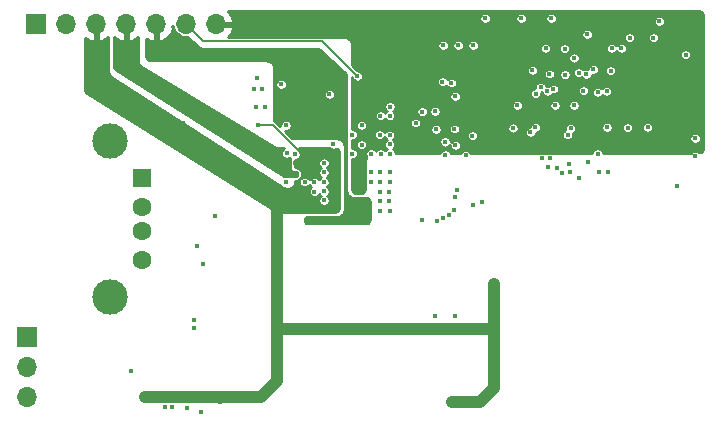
<source format=gbr>
%TF.GenerationSoftware,KiCad,Pcbnew,5.1.10-1.fc33*%
%TF.CreationDate,2021-08-29T12:40:12-07:00*%
%TF.ProjectId,hardware,68617264-7761-4726-952e-6b696361645f,rev?*%
%TF.SameCoordinates,Original*%
%TF.FileFunction,Copper,L2,Inr*%
%TF.FilePolarity,Positive*%
%FSLAX46Y46*%
G04 Gerber Fmt 4.6, Leading zero omitted, Abs format (unit mm)*
G04 Created by KiCad (PCBNEW 5.1.10-1.fc33) date 2021-08-29 12:40:12*
%MOMM*%
%LPD*%
G01*
G04 APERTURE LIST*
%TA.AperFunction,ComponentPad*%
%ADD10C,1.600000*%
%TD*%
%TA.AperFunction,ComponentPad*%
%ADD11R,1.500000X1.600000*%
%TD*%
%TA.AperFunction,ComponentPad*%
%ADD12C,3.000000*%
%TD*%
%TA.AperFunction,ComponentPad*%
%ADD13O,1.700000X1.700000*%
%TD*%
%TA.AperFunction,ComponentPad*%
%ADD14R,1.700000X1.700000*%
%TD*%
%TA.AperFunction,ViaPad*%
%ADD15C,0.400000*%
%TD*%
%TA.AperFunction,Conductor*%
%ADD16C,0.150000*%
%TD*%
%TA.AperFunction,Conductor*%
%ADD17C,1.000000*%
%TD*%
%TA.AperFunction,Conductor*%
%ADD18C,0.254000*%
%TD*%
%TA.AperFunction,Conductor*%
%ADD19C,0.100000*%
%TD*%
G04 APERTURE END LIST*
D10*
%TO.N,GND*%
%TO.C,J2*%
X99000000Y-116000000D03*
%TO.N,/gpio/MUX1-USB1-DP*%
X99000000Y-113500000D03*
%TO.N,/gpio/MUX1-USB1-DN*%
X99000000Y-111500000D03*
D11*
%TO.N,Net-(J2-Pad1)*%
X99000000Y-109000000D03*
D12*
%TO.N,GND*%
X96290000Y-119070000D03*
X96290000Y-105930000D03*
%TD*%
D13*
%TO.N,GND*%
%TO.C,J4*%
X89250000Y-127580000D03*
%TO.N,/gpio/UART0_RX*%
X89250000Y-125040000D03*
D14*
%TO.N,/gpio/UART0_TX*%
X89250000Y-122500000D03*
%TD*%
D13*
%TO.N,+1V35*%
%TO.C,J3*%
X105240000Y-96000000D03*
%TO.N,+2V5*%
X102700000Y-96000000D03*
%TO.N,+1V1*%
X100160000Y-96000000D03*
%TO.N,+3V0*%
X97620000Y-96000000D03*
%TO.N,+3V3*%
X95080000Y-96000000D03*
%TO.N,+5V*%
X92540000Y-96000000D03*
D14*
%TO.N,GND*%
X90000000Y-96000000D03*
%TD*%
D15*
%TO.N,d5*%
X134086600Y-108204000D03*
X134756582Y-98089689D03*
%TO.N,d7*%
X134785100Y-100266500D03*
X134518400Y-108566000D03*
%TO.N,d4*%
X135204200Y-108559600D03*
X135535863Y-102868491D03*
%TO.N,d6*%
X133940600Y-102870000D03*
X133363430Y-108065980D03*
%TO.N,d3*%
X119964200Y-106959400D03*
X124387243Y-100866843D03*
%TO.N,d1*%
X124612400Y-105968799D03*
X125145800Y-100990400D03*
%TO.N,d0*%
X132715000Y-101320600D03*
X126935280Y-105434214D03*
%TO.N,d11*%
X119964200Y-102997000D03*
X123774200Y-103378000D03*
%TO.N,adr13*%
X119913400Y-110972600D03*
X124433024Y-112392546D03*
%TO.N,adr9*%
X119151400Y-110972600D03*
X123901200Y-112642556D03*
%TO.N,adr7*%
X119151400Y-110210600D03*
X125361700Y-111721900D03*
%TO.N,adr0*%
X119126000Y-111785400D03*
X122669300Y-112547400D03*
%TO.N,adr3*%
X119964200Y-109347000D03*
X126960754Y-111309200D03*
%TO.N,Net-(C1-Pad2)*%
X134990610Y-105386569D03*
X138742341Y-98051525D03*
X142750000Y-95750000D03*
%TO.N,+1V35*%
X129941933Y-102874467D03*
X129921000Y-103682800D03*
X130755218Y-103688222D03*
X132313448Y-103647932D03*
X139186920Y-104851200D03*
X140924280Y-104825800D03*
X135354190Y-101752400D03*
X136348499Y-98045255D03*
X135548514Y-98081160D03*
X134740600Y-98864570D03*
X131572000Y-97282000D03*
X128828800Y-98463449D03*
X139547600Y-97231200D03*
X141071600Y-97129600D03*
X137655300Y-100939600D03*
X117538500Y-108559600D03*
X117525800Y-109372400D03*
X112400000Y-96975000D03*
X146500000Y-95500000D03*
%TO.N,GND*%
X140096240Y-104759760D03*
X138328400Y-104749600D03*
X125476000Y-102108000D03*
X127000000Y-97790000D03*
X135107680Y-107878880D03*
X132283200Y-101904800D03*
X130378200Y-104800400D03*
X130728804Y-102861767D03*
X135260080Y-104805480D03*
X135530329Y-98863201D03*
X133146800Y-98056700D03*
X133464300Y-100215700D03*
X140258800Y-97142300D03*
X142252700Y-97155000D03*
X114363500Y-109372400D03*
X113563400Y-109385100D03*
X112750600Y-109372400D03*
X114363500Y-108559600D03*
X114363500Y-107759500D03*
X114376200Y-110159800D03*
X113563400Y-110172500D03*
X111150400Y-109347000D03*
X114376200Y-110921800D03*
X119092337Y-105363599D03*
X137172700Y-99834700D03*
X132257800Y-104736900D03*
X125730000Y-97790000D03*
X124460000Y-97790000D03*
X108712000Y-100584000D03*
X110744000Y-101092000D03*
X105156000Y-112268000D03*
X103632000Y-114808000D03*
X104140000Y-116332000D03*
X104000000Y-128800000D03*
X144272000Y-109728000D03*
X145796000Y-105664000D03*
X145796000Y-107188000D03*
X145000000Y-98600000D03*
X128016000Y-95504000D03*
X133604000Y-95504000D03*
X131064000Y-95504000D03*
X102800000Y-128500000D03*
X98000000Y-125400000D03*
X141772640Y-104744520D03*
X123775000Y-120750000D03*
X125450000Y-120700000D03*
%TO.N,dba1*%
X118364000Y-108559600D03*
X139549162Y-98044568D03*
%TO.N,dba2*%
X119126000Y-109372400D03*
X125450600Y-110667800D03*
X138303000Y-101676200D03*
X137693400Y-108534200D03*
%TO.N,dba0*%
X119954406Y-108546999D03*
X125636202Y-110024998D03*
%TO.N,/ram/!LDQS*%
X133479647Y-107366090D03*
X133793904Y-101497335D03*
%TO.N,adr15*%
X138633200Y-99949000D03*
X127762000Y-111029800D03*
X138455400Y-108483400D03*
X119938800Y-111785400D03*
%TO.N,/DVREF*%
X117551200Y-104571800D03*
X114833400Y-101930200D03*
%TO.N,Net-(R6-Pad1)*%
X119151400Y-103764080D03*
%TO.N,/ram/!RST*%
X119913400Y-110210600D03*
X124967299Y-112122000D03*
%TO.N,/ram/!WE*%
X119151400Y-108559600D03*
X137552951Y-101764351D03*
X137530840Y-106963474D03*
X126371400Y-107118200D03*
%TO.N,/ram/!CS*%
X119938800Y-105384600D03*
X123850400Y-104918789D03*
X125488700Y-106273600D03*
X125399800Y-104876600D03*
%TO.N,/ram/!CKE*%
X118364000Y-109347000D03*
X136652000Y-96875600D03*
%TO.N,/ram/!CK*%
X136728200Y-107645200D03*
X136570720Y-100243640D03*
%TO.N,/ram/!CAS*%
X136342123Y-101645915D03*
X119926100Y-106184700D03*
%TO.N,/ram/ODT*%
X119176800Y-106959400D03*
X124643857Y-107048057D03*
%TO.N,/ram/CK*%
X135940800Y-109067600D03*
X135940800Y-100101400D03*
%TO.N,/ram/!RAS*%
X122148600Y-104368600D03*
X118363999Y-106959400D03*
%TO.N,/ram/LDQS*%
X133273800Y-101676200D03*
X132829914Y-107363475D03*
%TO.N,/ram/LDM*%
X131851400Y-105168799D03*
X132003800Y-99923600D03*
%TO.N,/ram/UDM*%
X119948960Y-103759000D03*
X122682000Y-103403400D03*
%TO.N,+2V5*%
X117200000Y-100400000D03*
%TO.N,+1V1*%
X111798100Y-105625900D03*
X117558820Y-111747300D03*
X116776500Y-106959400D03*
X115938300Y-105371900D03*
X114335620Y-112575280D03*
%TO.N,+3V0*%
X111495840Y-108610400D03*
X111912400Y-107010200D03*
X117563999Y-106197400D03*
%TO.N,+3V3*%
X116763800Y-105359200D03*
X111937800Y-107746800D03*
X112750600Y-111760000D03*
X108762800Y-104546400D03*
X102400000Y-104400000D03*
X128800000Y-118000000D03*
X128800000Y-119400000D03*
X128800000Y-120800000D03*
X128800000Y-125800000D03*
X99420000Y-127380000D03*
X105600000Y-128000000D03*
X125600000Y-128000000D03*
%TO.N,/VCC-EFUSE*%
X115163600Y-106172000D03*
%TO.N,Net-(C99-Pad1)*%
X111201200Y-106934000D03*
%TO.N,Net-(R30-Pad1)*%
X111150400Y-104571800D03*
%TO.N,/gpio/USB1-DP*%
X108432200Y-101450875D03*
X100875000Y-128400000D03*
%TO.N,/gpio/USB1-DN*%
X109082200Y-101450875D03*
X101525000Y-128400000D03*
%TO.N,/gpio/USB0-DP*%
X108611083Y-103019812D03*
%TO.N,/gpio/USB0-DN*%
X109411083Y-103019812D03*
%TO.N,/gpio/MUX2-USB1-DP*%
X103372170Y-121047170D03*
%TO.N,/gpio/MUX2-USB1-DN*%
X103372170Y-121697170D03*
%TD*%
D16*
%TO.N,+2V5*%
X102700000Y-96000000D02*
X104100000Y-97400000D01*
X104100000Y-97400000D02*
X114200000Y-97400000D01*
X114200000Y-97400000D02*
X117200000Y-100400000D01*
D17*
%TO.N,+3V3*%
X110401999Y-121801999D02*
X110401999Y-124598001D01*
D16*
X108762800Y-104546400D02*
X110077602Y-104546400D01*
X110077602Y-104546400D02*
X112116401Y-106585199D01*
D17*
X128800000Y-118000000D02*
X128800000Y-120803998D01*
X128798001Y-121801999D02*
X128800000Y-121800000D01*
X110401999Y-121801999D02*
X128798001Y-121801999D01*
X128800000Y-120800000D02*
X128800000Y-121800000D01*
X110401999Y-121801999D02*
X110401999Y-111035201D01*
X110401999Y-124598001D02*
X110401999Y-126198001D01*
X110401999Y-126198001D02*
X109000000Y-127600000D01*
X101933001Y-127549999D02*
X99250001Y-127549999D01*
X101983002Y-127600000D02*
X101933001Y-127549999D01*
X109000000Y-127600000D02*
X101983002Y-127600000D01*
X128800000Y-126800000D02*
X127600000Y-128000000D01*
X127600000Y-128000000D02*
X125200000Y-128000000D01*
X128800000Y-121800000D02*
X128800000Y-124400000D01*
X128800000Y-124400000D02*
X128800000Y-126800000D01*
%TD*%
D18*
%TO.N,+1V35*%
X146196257Y-94940769D02*
X146285955Y-94977923D01*
X146362976Y-95037024D01*
X146422077Y-95114045D01*
X146459231Y-95203743D01*
X146473000Y-95308328D01*
X146473000Y-106491672D01*
X146459231Y-106596257D01*
X146422077Y-106685955D01*
X146362976Y-106762976D01*
X146285955Y-106822077D01*
X146196257Y-106859231D01*
X146148145Y-106865565D01*
X146100070Y-106817490D01*
X146021944Y-106765288D01*
X145935136Y-106729331D01*
X145842980Y-106711000D01*
X145749020Y-106711000D01*
X145656864Y-106729331D01*
X145570056Y-106765288D01*
X145491930Y-106817490D01*
X145436420Y-106873000D01*
X137999188Y-106873000D01*
X137989509Y-106824338D01*
X137953552Y-106737530D01*
X137901350Y-106659404D01*
X137834910Y-106592964D01*
X137756784Y-106540762D01*
X137669976Y-106504805D01*
X137577820Y-106486474D01*
X137483860Y-106486474D01*
X137391704Y-106504805D01*
X137304896Y-106540762D01*
X137226770Y-106592964D01*
X137160330Y-106659404D01*
X137108128Y-106737530D01*
X137072171Y-106824338D01*
X137062492Y-106873000D01*
X126781246Y-106873000D01*
X126741910Y-106814130D01*
X126675470Y-106747690D01*
X126597344Y-106695488D01*
X126510536Y-106659531D01*
X126418380Y-106641200D01*
X126324420Y-106641200D01*
X126232264Y-106659531D01*
X126145456Y-106695488D01*
X126067330Y-106747690D01*
X126000890Y-106814130D01*
X125961554Y-106873000D01*
X125087647Y-106873000D01*
X125066569Y-106822113D01*
X125014367Y-106743987D01*
X124947927Y-106677547D01*
X124869801Y-106625345D01*
X124782993Y-106589388D01*
X124690837Y-106571057D01*
X124596877Y-106571057D01*
X124504721Y-106589388D01*
X124417913Y-106625345D01*
X124339787Y-106677547D01*
X124273347Y-106743987D01*
X124221145Y-106822113D01*
X124200067Y-106873000D01*
X120433359Y-106873000D01*
X120422869Y-106820264D01*
X120386912Y-106733456D01*
X120334710Y-106655330D01*
X120268270Y-106588890D01*
X120224017Y-106559321D01*
X120230170Y-106555210D01*
X120296610Y-106488770D01*
X120348812Y-106410644D01*
X120384769Y-106323836D01*
X120403100Y-106231680D01*
X120403100Y-106137720D01*
X120384769Y-106045564D01*
X120348812Y-105958756D01*
X120324132Y-105921819D01*
X124135400Y-105921819D01*
X124135400Y-106015779D01*
X124153731Y-106107935D01*
X124189688Y-106194743D01*
X124241890Y-106272869D01*
X124308330Y-106339309D01*
X124386456Y-106391511D01*
X124473264Y-106427468D01*
X124565420Y-106445799D01*
X124659380Y-106445799D01*
X124751536Y-106427468D01*
X124838344Y-106391511D01*
X124916470Y-106339309D01*
X124982910Y-106272869D01*
X125011700Y-106229782D01*
X125011700Y-106320580D01*
X125030031Y-106412736D01*
X125065988Y-106499544D01*
X125118190Y-106577670D01*
X125184630Y-106644110D01*
X125262756Y-106696312D01*
X125349564Y-106732269D01*
X125441720Y-106750600D01*
X125535680Y-106750600D01*
X125627836Y-106732269D01*
X125714644Y-106696312D01*
X125792770Y-106644110D01*
X125859210Y-106577670D01*
X125911412Y-106499544D01*
X125947369Y-106412736D01*
X125965700Y-106320580D01*
X125965700Y-106226620D01*
X125947369Y-106134464D01*
X125911412Y-106047656D01*
X125859210Y-105969530D01*
X125792770Y-105903090D01*
X125714644Y-105850888D01*
X125627836Y-105814931D01*
X125535680Y-105796600D01*
X125441720Y-105796600D01*
X125349564Y-105814931D01*
X125262756Y-105850888D01*
X125184630Y-105903090D01*
X125118190Y-105969530D01*
X125089400Y-106012617D01*
X125089400Y-105921819D01*
X125071069Y-105829663D01*
X125035112Y-105742855D01*
X124982910Y-105664729D01*
X124916470Y-105598289D01*
X124838344Y-105546087D01*
X124751536Y-105510130D01*
X124659380Y-105491799D01*
X124565420Y-105491799D01*
X124473264Y-105510130D01*
X124386456Y-105546087D01*
X124308330Y-105598289D01*
X124241890Y-105664729D01*
X124189688Y-105742855D01*
X124153731Y-105829663D01*
X124135400Y-105921819D01*
X120324132Y-105921819D01*
X120296610Y-105880630D01*
X120230170Y-105814190D01*
X120192310Y-105788893D01*
X120242870Y-105755110D01*
X120309310Y-105688670D01*
X120361512Y-105610544D01*
X120397469Y-105523736D01*
X120415800Y-105431580D01*
X120415800Y-105337620D01*
X120397469Y-105245464D01*
X120361512Y-105158656D01*
X120309310Y-105080530D01*
X120242870Y-105014090D01*
X120164744Y-104961888D01*
X120077936Y-104925931D01*
X119985780Y-104907600D01*
X119891820Y-104907600D01*
X119799664Y-104925931D01*
X119712856Y-104961888D01*
X119634730Y-105014090D01*
X119568290Y-105080530D01*
X119520817Y-105151579D01*
X119515049Y-105137655D01*
X119462847Y-105059529D01*
X119396407Y-104993089D01*
X119318281Y-104940887D01*
X119231473Y-104904930D01*
X119139317Y-104886599D01*
X119045357Y-104886599D01*
X118953201Y-104904930D01*
X118866393Y-104940887D01*
X118788267Y-104993089D01*
X118721827Y-105059529D01*
X118669625Y-105137655D01*
X118633668Y-105224463D01*
X118615337Y-105316619D01*
X118615337Y-105410579D01*
X118633668Y-105502735D01*
X118669625Y-105589543D01*
X118721827Y-105667669D01*
X118788267Y-105734109D01*
X118866393Y-105786311D01*
X118953201Y-105822268D01*
X119045357Y-105840599D01*
X119139317Y-105840599D01*
X119231473Y-105822268D01*
X119318281Y-105786311D01*
X119396407Y-105734109D01*
X119462847Y-105667669D01*
X119510320Y-105596620D01*
X119516088Y-105610544D01*
X119568290Y-105688670D01*
X119634730Y-105755110D01*
X119672590Y-105780407D01*
X119622030Y-105814190D01*
X119555590Y-105880630D01*
X119503388Y-105958756D01*
X119467431Y-106045564D01*
X119449100Y-106137720D01*
X119449100Y-106231680D01*
X119467431Y-106323836D01*
X119503388Y-106410644D01*
X119555590Y-106488770D01*
X119622030Y-106555210D01*
X119666283Y-106584779D01*
X119660130Y-106588890D01*
X119593690Y-106655330D01*
X119570500Y-106690036D01*
X119547310Y-106655330D01*
X119480870Y-106588890D01*
X119402744Y-106536688D01*
X119315936Y-106500731D01*
X119223780Y-106482400D01*
X119129820Y-106482400D01*
X119037664Y-106500731D01*
X118950856Y-106536688D01*
X118872730Y-106588890D01*
X118806290Y-106655330D01*
X118770400Y-106709044D01*
X118734509Y-106655330D01*
X118668069Y-106588890D01*
X118589943Y-106536688D01*
X118503135Y-106500731D01*
X118410979Y-106482400D01*
X118317019Y-106482400D01*
X118224863Y-106500731D01*
X118138055Y-106536688D01*
X118059929Y-106588890D01*
X117993489Y-106655330D01*
X117941287Y-106733456D01*
X117905330Y-106820264D01*
X117886999Y-106912420D01*
X117886999Y-107006380D01*
X117905330Y-107098536D01*
X117941287Y-107185344D01*
X117950748Y-107199504D01*
X117949654Y-107201399D01*
X117899704Y-107321989D01*
X117891123Y-107354013D01*
X117874086Y-107483423D01*
X117873000Y-107500000D01*
X117873000Y-109891672D01*
X117859231Y-109996257D01*
X117822077Y-110085955D01*
X117762976Y-110162976D01*
X117685955Y-110222077D01*
X117596257Y-110259231D01*
X117491672Y-110273000D01*
X117108328Y-110273000D01*
X117003743Y-110259231D01*
X116914045Y-110222077D01*
X116837024Y-110162976D01*
X116777923Y-110085955D01*
X116740769Y-109996257D01*
X116727000Y-109891672D01*
X116727000Y-107435899D01*
X116729520Y-107436400D01*
X116823480Y-107436400D01*
X116915636Y-107418069D01*
X117002444Y-107382112D01*
X117080570Y-107329910D01*
X117147010Y-107263470D01*
X117199212Y-107185344D01*
X117235169Y-107098536D01*
X117253500Y-107006380D01*
X117253500Y-106912420D01*
X117235169Y-106820264D01*
X117199212Y-106733456D01*
X117147010Y-106655330D01*
X117080570Y-106588890D01*
X117002444Y-106536688D01*
X116915636Y-106500731D01*
X116823480Y-106482400D01*
X116729520Y-106482400D01*
X116727000Y-106482901D01*
X116727000Y-106150420D01*
X117086999Y-106150420D01*
X117086999Y-106244380D01*
X117105330Y-106336536D01*
X117141287Y-106423344D01*
X117193489Y-106501470D01*
X117259929Y-106567910D01*
X117338055Y-106620112D01*
X117424863Y-106656069D01*
X117517019Y-106674400D01*
X117610979Y-106674400D01*
X117703135Y-106656069D01*
X117789943Y-106620112D01*
X117868069Y-106567910D01*
X117934509Y-106501470D01*
X117986711Y-106423344D01*
X118022668Y-106336536D01*
X118040999Y-106244380D01*
X118040999Y-106150420D01*
X118022668Y-106058264D01*
X117986711Y-105971456D01*
X117934509Y-105893330D01*
X117868069Y-105826890D01*
X117789943Y-105774688D01*
X117703135Y-105738731D01*
X117610979Y-105720400D01*
X117517019Y-105720400D01*
X117424863Y-105738731D01*
X117338055Y-105774688D01*
X117259929Y-105826890D01*
X117193489Y-105893330D01*
X117141287Y-105971456D01*
X117105330Y-106058264D01*
X117086999Y-106150420D01*
X116727000Y-106150420D01*
X116727000Y-105836200D01*
X116810780Y-105836200D01*
X116902936Y-105817869D01*
X116989744Y-105781912D01*
X117067870Y-105729710D01*
X117134310Y-105663270D01*
X117186512Y-105585144D01*
X117222469Y-105498336D01*
X117240800Y-105406180D01*
X117240800Y-105312220D01*
X117222469Y-105220064D01*
X117186512Y-105133256D01*
X117134310Y-105055130D01*
X117067870Y-104988690D01*
X116989744Y-104936488D01*
X116902936Y-104900531D01*
X116810780Y-104882200D01*
X116727000Y-104882200D01*
X116727000Y-104524820D01*
X117074200Y-104524820D01*
X117074200Y-104618780D01*
X117092531Y-104710936D01*
X117128488Y-104797744D01*
X117180690Y-104875870D01*
X117247130Y-104942310D01*
X117325256Y-104994512D01*
X117412064Y-105030469D01*
X117504220Y-105048800D01*
X117598180Y-105048800D01*
X117690336Y-105030469D01*
X117777144Y-104994512D01*
X117855270Y-104942310D01*
X117921710Y-104875870D01*
X117924423Y-104871809D01*
X123373400Y-104871809D01*
X123373400Y-104965769D01*
X123391731Y-105057925D01*
X123427688Y-105144733D01*
X123479890Y-105222859D01*
X123546330Y-105289299D01*
X123624456Y-105341501D01*
X123711264Y-105377458D01*
X123803420Y-105395789D01*
X123897380Y-105395789D01*
X123940388Y-105387234D01*
X126458280Y-105387234D01*
X126458280Y-105481194D01*
X126476611Y-105573350D01*
X126512568Y-105660158D01*
X126564770Y-105738284D01*
X126631210Y-105804724D01*
X126709336Y-105856926D01*
X126796144Y-105892883D01*
X126888300Y-105911214D01*
X126982260Y-105911214D01*
X127074416Y-105892883D01*
X127161224Y-105856926D01*
X127239350Y-105804724D01*
X127305790Y-105738284D01*
X127357992Y-105660158D01*
X127393949Y-105573350D01*
X127412280Y-105481194D01*
X127412280Y-105387234D01*
X127393949Y-105295078D01*
X127357992Y-105208270D01*
X127305790Y-105130144D01*
X127239350Y-105063704D01*
X127161224Y-105011502D01*
X127074416Y-104975545D01*
X126982260Y-104957214D01*
X126888300Y-104957214D01*
X126796144Y-104975545D01*
X126709336Y-105011502D01*
X126631210Y-105063704D01*
X126564770Y-105130144D01*
X126512568Y-105208270D01*
X126476611Y-105295078D01*
X126458280Y-105387234D01*
X123940388Y-105387234D01*
X123989536Y-105377458D01*
X124076344Y-105341501D01*
X124154470Y-105289299D01*
X124220910Y-105222859D01*
X124273112Y-105144733D01*
X124309069Y-105057925D01*
X124327400Y-104965769D01*
X124327400Y-104871809D01*
X124319009Y-104829620D01*
X124922800Y-104829620D01*
X124922800Y-104923580D01*
X124941131Y-105015736D01*
X124977088Y-105102544D01*
X125029290Y-105180670D01*
X125095730Y-105247110D01*
X125173856Y-105299312D01*
X125260664Y-105335269D01*
X125352820Y-105353600D01*
X125446780Y-105353600D01*
X125538936Y-105335269D01*
X125625744Y-105299312D01*
X125703870Y-105247110D01*
X125770310Y-105180670D01*
X125822512Y-105102544D01*
X125858469Y-105015736D01*
X125876800Y-104923580D01*
X125876800Y-104829620D01*
X125861643Y-104753420D01*
X129901200Y-104753420D01*
X129901200Y-104847380D01*
X129919531Y-104939536D01*
X129955488Y-105026344D01*
X130007690Y-105104470D01*
X130074130Y-105170910D01*
X130152256Y-105223112D01*
X130239064Y-105259069D01*
X130331220Y-105277400D01*
X130425180Y-105277400D01*
X130517336Y-105259069D01*
X130604144Y-105223112D01*
X130682270Y-105170910D01*
X130731361Y-105121819D01*
X131374400Y-105121819D01*
X131374400Y-105215779D01*
X131392731Y-105307935D01*
X131428688Y-105394743D01*
X131480890Y-105472869D01*
X131547330Y-105539309D01*
X131625456Y-105591511D01*
X131712264Y-105627468D01*
X131804420Y-105645799D01*
X131898380Y-105645799D01*
X131990536Y-105627468D01*
X132077344Y-105591511D01*
X132155470Y-105539309D01*
X132221910Y-105472869D01*
X132274112Y-105394743D01*
X132296957Y-105339589D01*
X134513610Y-105339589D01*
X134513610Y-105433549D01*
X134531941Y-105525705D01*
X134567898Y-105612513D01*
X134620100Y-105690639D01*
X134686540Y-105757079D01*
X134764666Y-105809281D01*
X134851474Y-105845238D01*
X134943630Y-105863569D01*
X135037590Y-105863569D01*
X135129746Y-105845238D01*
X135216554Y-105809281D01*
X135294680Y-105757079D01*
X135361120Y-105690639D01*
X135410310Y-105617020D01*
X145319000Y-105617020D01*
X145319000Y-105710980D01*
X145337331Y-105803136D01*
X145373288Y-105889944D01*
X145425490Y-105968070D01*
X145491930Y-106034510D01*
X145570056Y-106086712D01*
X145656864Y-106122669D01*
X145749020Y-106141000D01*
X145842980Y-106141000D01*
X145935136Y-106122669D01*
X146021944Y-106086712D01*
X146100070Y-106034510D01*
X146166510Y-105968070D01*
X146218712Y-105889944D01*
X146254669Y-105803136D01*
X146273000Y-105710980D01*
X146273000Y-105617020D01*
X146254669Y-105524864D01*
X146218712Y-105438056D01*
X146166510Y-105359930D01*
X146100070Y-105293490D01*
X146021944Y-105241288D01*
X145935136Y-105205331D01*
X145842980Y-105187000D01*
X145749020Y-105187000D01*
X145656864Y-105205331D01*
X145570056Y-105241288D01*
X145491930Y-105293490D01*
X145425490Y-105359930D01*
X145373288Y-105438056D01*
X145337331Y-105524864D01*
X145319000Y-105617020D01*
X135410310Y-105617020D01*
X135413322Y-105612513D01*
X135449279Y-105525705D01*
X135467610Y-105433549D01*
X135467610Y-105339589D01*
X135449279Y-105247433D01*
X135447857Y-105244001D01*
X135486024Y-105228192D01*
X135564150Y-105175990D01*
X135630590Y-105109550D01*
X135682792Y-105031424D01*
X135718749Y-104944616D01*
X135737080Y-104852460D01*
X135737080Y-104758500D01*
X135725965Y-104702620D01*
X137851400Y-104702620D01*
X137851400Y-104796580D01*
X137869731Y-104888736D01*
X137905688Y-104975544D01*
X137957890Y-105053670D01*
X138024330Y-105120110D01*
X138102456Y-105172312D01*
X138189264Y-105208269D01*
X138281420Y-105226600D01*
X138375380Y-105226600D01*
X138467536Y-105208269D01*
X138554344Y-105172312D01*
X138632470Y-105120110D01*
X138698910Y-105053670D01*
X138751112Y-104975544D01*
X138787069Y-104888736D01*
X138805400Y-104796580D01*
X138805400Y-104712780D01*
X139619240Y-104712780D01*
X139619240Y-104806740D01*
X139637571Y-104898896D01*
X139673528Y-104985704D01*
X139725730Y-105063830D01*
X139792170Y-105130270D01*
X139870296Y-105182472D01*
X139957104Y-105218429D01*
X140049260Y-105236760D01*
X140143220Y-105236760D01*
X140235376Y-105218429D01*
X140322184Y-105182472D01*
X140400310Y-105130270D01*
X140466750Y-105063830D01*
X140518952Y-104985704D01*
X140554909Y-104898896D01*
X140573240Y-104806740D01*
X140573240Y-104712780D01*
X140570209Y-104697540D01*
X141295640Y-104697540D01*
X141295640Y-104791500D01*
X141313971Y-104883656D01*
X141349928Y-104970464D01*
X141402130Y-105048590D01*
X141468570Y-105115030D01*
X141546696Y-105167232D01*
X141633504Y-105203189D01*
X141725660Y-105221520D01*
X141819620Y-105221520D01*
X141911776Y-105203189D01*
X141998584Y-105167232D01*
X142076710Y-105115030D01*
X142143150Y-105048590D01*
X142195352Y-104970464D01*
X142231309Y-104883656D01*
X142249640Y-104791500D01*
X142249640Y-104697540D01*
X142231309Y-104605384D01*
X142195352Y-104518576D01*
X142143150Y-104440450D01*
X142076710Y-104374010D01*
X141998584Y-104321808D01*
X141911776Y-104285851D01*
X141819620Y-104267520D01*
X141725660Y-104267520D01*
X141633504Y-104285851D01*
X141546696Y-104321808D01*
X141468570Y-104374010D01*
X141402130Y-104440450D01*
X141349928Y-104518576D01*
X141313971Y-104605384D01*
X141295640Y-104697540D01*
X140570209Y-104697540D01*
X140554909Y-104620624D01*
X140518952Y-104533816D01*
X140466750Y-104455690D01*
X140400310Y-104389250D01*
X140322184Y-104337048D01*
X140235376Y-104301091D01*
X140143220Y-104282760D01*
X140049260Y-104282760D01*
X139957104Y-104301091D01*
X139870296Y-104337048D01*
X139792170Y-104389250D01*
X139725730Y-104455690D01*
X139673528Y-104533816D01*
X139637571Y-104620624D01*
X139619240Y-104712780D01*
X138805400Y-104712780D01*
X138805400Y-104702620D01*
X138787069Y-104610464D01*
X138751112Y-104523656D01*
X138698910Y-104445530D01*
X138632470Y-104379090D01*
X138554344Y-104326888D01*
X138467536Y-104290931D01*
X138375380Y-104272600D01*
X138281420Y-104272600D01*
X138189264Y-104290931D01*
X138102456Y-104326888D01*
X138024330Y-104379090D01*
X137957890Y-104445530D01*
X137905688Y-104523656D01*
X137869731Y-104610464D01*
X137851400Y-104702620D01*
X135725965Y-104702620D01*
X135718749Y-104666344D01*
X135682792Y-104579536D01*
X135630590Y-104501410D01*
X135564150Y-104434970D01*
X135486024Y-104382768D01*
X135399216Y-104346811D01*
X135307060Y-104328480D01*
X135213100Y-104328480D01*
X135120944Y-104346811D01*
X135034136Y-104382768D01*
X134956010Y-104434970D01*
X134889570Y-104501410D01*
X134837368Y-104579536D01*
X134801411Y-104666344D01*
X134783080Y-104758500D01*
X134783080Y-104852460D01*
X134801411Y-104944616D01*
X134802833Y-104948048D01*
X134764666Y-104963857D01*
X134686540Y-105016059D01*
X134620100Y-105082499D01*
X134567898Y-105160625D01*
X134531941Y-105247433D01*
X134513610Y-105339589D01*
X132296957Y-105339589D01*
X132310069Y-105307935D01*
X132328400Y-105215779D01*
X132328400Y-105209202D01*
X132396936Y-105195569D01*
X132483744Y-105159612D01*
X132561870Y-105107410D01*
X132628310Y-105040970D01*
X132680512Y-104962844D01*
X132716469Y-104876036D01*
X132734800Y-104783880D01*
X132734800Y-104689920D01*
X132716469Y-104597764D01*
X132680512Y-104510956D01*
X132628310Y-104432830D01*
X132561870Y-104366390D01*
X132483744Y-104314188D01*
X132396936Y-104278231D01*
X132304780Y-104259900D01*
X132210820Y-104259900D01*
X132118664Y-104278231D01*
X132031856Y-104314188D01*
X131953730Y-104366390D01*
X131887290Y-104432830D01*
X131835088Y-104510956D01*
X131799131Y-104597764D01*
X131780800Y-104689920D01*
X131780800Y-104696497D01*
X131712264Y-104710130D01*
X131625456Y-104746087D01*
X131547330Y-104798289D01*
X131480890Y-104864729D01*
X131428688Y-104942855D01*
X131392731Y-105029663D01*
X131374400Y-105121819D01*
X130731361Y-105121819D01*
X130748710Y-105104470D01*
X130800912Y-105026344D01*
X130836869Y-104939536D01*
X130855200Y-104847380D01*
X130855200Y-104753420D01*
X130836869Y-104661264D01*
X130800912Y-104574456D01*
X130748710Y-104496330D01*
X130682270Y-104429890D01*
X130604144Y-104377688D01*
X130517336Y-104341731D01*
X130425180Y-104323400D01*
X130331220Y-104323400D01*
X130239064Y-104341731D01*
X130152256Y-104377688D01*
X130074130Y-104429890D01*
X130007690Y-104496330D01*
X129955488Y-104574456D01*
X129919531Y-104661264D01*
X129901200Y-104753420D01*
X125861643Y-104753420D01*
X125858469Y-104737464D01*
X125822512Y-104650656D01*
X125770310Y-104572530D01*
X125703870Y-104506090D01*
X125625744Y-104453888D01*
X125538936Y-104417931D01*
X125446780Y-104399600D01*
X125352820Y-104399600D01*
X125260664Y-104417931D01*
X125173856Y-104453888D01*
X125095730Y-104506090D01*
X125029290Y-104572530D01*
X124977088Y-104650656D01*
X124941131Y-104737464D01*
X124922800Y-104829620D01*
X124319009Y-104829620D01*
X124309069Y-104779653D01*
X124273112Y-104692845D01*
X124220910Y-104614719D01*
X124154470Y-104548279D01*
X124076344Y-104496077D01*
X123989536Y-104460120D01*
X123897380Y-104441789D01*
X123803420Y-104441789D01*
X123711264Y-104460120D01*
X123624456Y-104496077D01*
X123546330Y-104548279D01*
X123479890Y-104614719D01*
X123427688Y-104692845D01*
X123391731Y-104779653D01*
X123373400Y-104871809D01*
X117924423Y-104871809D01*
X117973912Y-104797744D01*
X118009869Y-104710936D01*
X118028200Y-104618780D01*
X118028200Y-104524820D01*
X118009869Y-104432664D01*
X117973912Y-104345856D01*
X117957719Y-104321620D01*
X121671600Y-104321620D01*
X121671600Y-104415580D01*
X121689931Y-104507736D01*
X121725888Y-104594544D01*
X121778090Y-104672670D01*
X121844530Y-104739110D01*
X121922656Y-104791312D01*
X122009464Y-104827269D01*
X122101620Y-104845600D01*
X122195580Y-104845600D01*
X122287736Y-104827269D01*
X122374544Y-104791312D01*
X122452670Y-104739110D01*
X122519110Y-104672670D01*
X122571312Y-104594544D01*
X122607269Y-104507736D01*
X122625600Y-104415580D01*
X122625600Y-104321620D01*
X122607269Y-104229464D01*
X122571312Y-104142656D01*
X122519110Y-104064530D01*
X122452670Y-103998090D01*
X122374544Y-103945888D01*
X122287736Y-103909931D01*
X122195580Y-103891600D01*
X122101620Y-103891600D01*
X122009464Y-103909931D01*
X121922656Y-103945888D01*
X121844530Y-103998090D01*
X121778090Y-104064530D01*
X121725888Y-104142656D01*
X121689931Y-104229464D01*
X121671600Y-104321620D01*
X117957719Y-104321620D01*
X117921710Y-104267730D01*
X117855270Y-104201290D01*
X117777144Y-104149088D01*
X117690336Y-104113131D01*
X117598180Y-104094800D01*
X117504220Y-104094800D01*
X117412064Y-104113131D01*
X117325256Y-104149088D01*
X117247130Y-104201290D01*
X117180690Y-104267730D01*
X117128488Y-104345856D01*
X117092531Y-104432664D01*
X117074200Y-104524820D01*
X116727000Y-104524820D01*
X116727000Y-103717100D01*
X118674400Y-103717100D01*
X118674400Y-103811060D01*
X118692731Y-103903216D01*
X118728688Y-103990024D01*
X118780890Y-104068150D01*
X118847330Y-104134590D01*
X118925456Y-104186792D01*
X119012264Y-104222749D01*
X119104420Y-104241080D01*
X119198380Y-104241080D01*
X119290536Y-104222749D01*
X119377344Y-104186792D01*
X119455470Y-104134590D01*
X119521910Y-104068150D01*
X119551877Y-104023301D01*
X119578450Y-104063070D01*
X119644890Y-104129510D01*
X119723016Y-104181712D01*
X119809824Y-104217669D01*
X119901980Y-104236000D01*
X119995940Y-104236000D01*
X120088096Y-104217669D01*
X120174904Y-104181712D01*
X120253030Y-104129510D01*
X120319470Y-104063070D01*
X120371672Y-103984944D01*
X120407629Y-103898136D01*
X120425960Y-103805980D01*
X120425960Y-103712020D01*
X120407629Y-103619864D01*
X120371672Y-103533056D01*
X120319470Y-103454930D01*
X120253030Y-103388490D01*
X120244951Y-103383092D01*
X120268270Y-103367510D01*
X120279360Y-103356420D01*
X122205000Y-103356420D01*
X122205000Y-103450380D01*
X122223331Y-103542536D01*
X122259288Y-103629344D01*
X122311490Y-103707470D01*
X122377930Y-103773910D01*
X122456056Y-103826112D01*
X122542864Y-103862069D01*
X122635020Y-103880400D01*
X122728980Y-103880400D01*
X122821136Y-103862069D01*
X122907944Y-103826112D01*
X122986070Y-103773910D01*
X123052510Y-103707470D01*
X123104712Y-103629344D01*
X123140669Y-103542536D01*
X123159000Y-103450380D01*
X123159000Y-103356420D01*
X123153948Y-103331020D01*
X123297200Y-103331020D01*
X123297200Y-103424980D01*
X123315531Y-103517136D01*
X123351488Y-103603944D01*
X123403690Y-103682070D01*
X123470130Y-103748510D01*
X123548256Y-103800712D01*
X123635064Y-103836669D01*
X123727220Y-103855000D01*
X123821180Y-103855000D01*
X123913336Y-103836669D01*
X124000144Y-103800712D01*
X124078270Y-103748510D01*
X124144710Y-103682070D01*
X124196912Y-103603944D01*
X124232869Y-103517136D01*
X124251200Y-103424980D01*
X124251200Y-103331020D01*
X124232869Y-103238864D01*
X124196912Y-103152056D01*
X124144710Y-103073930D01*
X124078270Y-103007490D01*
X124000144Y-102955288D01*
X123913336Y-102919331D01*
X123821180Y-102901000D01*
X123727220Y-102901000D01*
X123635064Y-102919331D01*
X123548256Y-102955288D01*
X123470130Y-103007490D01*
X123403690Y-103073930D01*
X123351488Y-103152056D01*
X123315531Y-103238864D01*
X123297200Y-103331020D01*
X123153948Y-103331020D01*
X123140669Y-103264264D01*
X123104712Y-103177456D01*
X123052510Y-103099330D01*
X122986070Y-103032890D01*
X122907944Y-102980688D01*
X122821136Y-102944731D01*
X122728980Y-102926400D01*
X122635020Y-102926400D01*
X122542864Y-102944731D01*
X122456056Y-102980688D01*
X122377930Y-103032890D01*
X122311490Y-103099330D01*
X122259288Y-103177456D01*
X122223331Y-103264264D01*
X122205000Y-103356420D01*
X120279360Y-103356420D01*
X120334710Y-103301070D01*
X120386912Y-103222944D01*
X120422869Y-103136136D01*
X120441200Y-103043980D01*
X120441200Y-102950020D01*
X120422869Y-102857864D01*
X120405026Y-102814787D01*
X130251804Y-102814787D01*
X130251804Y-102908747D01*
X130270135Y-103000903D01*
X130306092Y-103087711D01*
X130358294Y-103165837D01*
X130424734Y-103232277D01*
X130502860Y-103284479D01*
X130589668Y-103320436D01*
X130681824Y-103338767D01*
X130775784Y-103338767D01*
X130867940Y-103320436D01*
X130954748Y-103284479D01*
X131032874Y-103232277D01*
X131099314Y-103165837D01*
X131151516Y-103087711D01*
X131187473Y-103000903D01*
X131205804Y-102908747D01*
X131205804Y-102823020D01*
X133463600Y-102823020D01*
X133463600Y-102916980D01*
X133481931Y-103009136D01*
X133517888Y-103095944D01*
X133570090Y-103174070D01*
X133636530Y-103240510D01*
X133714656Y-103292712D01*
X133801464Y-103328669D01*
X133893620Y-103347000D01*
X133987580Y-103347000D01*
X134079736Y-103328669D01*
X134166544Y-103292712D01*
X134244670Y-103240510D01*
X134311110Y-103174070D01*
X134363312Y-103095944D01*
X134399269Y-103009136D01*
X134417600Y-102916980D01*
X134417600Y-102823020D01*
X134417300Y-102821511D01*
X135058863Y-102821511D01*
X135058863Y-102915471D01*
X135077194Y-103007627D01*
X135113151Y-103094435D01*
X135165353Y-103172561D01*
X135231793Y-103239001D01*
X135309919Y-103291203D01*
X135396727Y-103327160D01*
X135488883Y-103345491D01*
X135582843Y-103345491D01*
X135674999Y-103327160D01*
X135761807Y-103291203D01*
X135839933Y-103239001D01*
X135906373Y-103172561D01*
X135958575Y-103094435D01*
X135994532Y-103007627D01*
X136012863Y-102915471D01*
X136012863Y-102821511D01*
X135994532Y-102729355D01*
X135958575Y-102642547D01*
X135906373Y-102564421D01*
X135839933Y-102497981D01*
X135761807Y-102445779D01*
X135674999Y-102409822D01*
X135582843Y-102391491D01*
X135488883Y-102391491D01*
X135396727Y-102409822D01*
X135309919Y-102445779D01*
X135231793Y-102497981D01*
X135165353Y-102564421D01*
X135113151Y-102642547D01*
X135077194Y-102729355D01*
X135058863Y-102821511D01*
X134417300Y-102821511D01*
X134399269Y-102730864D01*
X134363312Y-102644056D01*
X134311110Y-102565930D01*
X134244670Y-102499490D01*
X134166544Y-102447288D01*
X134079736Y-102411331D01*
X133987580Y-102393000D01*
X133893620Y-102393000D01*
X133801464Y-102411331D01*
X133714656Y-102447288D01*
X133636530Y-102499490D01*
X133570090Y-102565930D01*
X133517888Y-102644056D01*
X133481931Y-102730864D01*
X133463600Y-102823020D01*
X131205804Y-102823020D01*
X131205804Y-102814787D01*
X131187473Y-102722631D01*
X131151516Y-102635823D01*
X131099314Y-102557697D01*
X131032874Y-102491257D01*
X130954748Y-102439055D01*
X130867940Y-102403098D01*
X130775784Y-102384767D01*
X130681824Y-102384767D01*
X130589668Y-102403098D01*
X130502860Y-102439055D01*
X130424734Y-102491257D01*
X130358294Y-102557697D01*
X130306092Y-102635823D01*
X130270135Y-102722631D01*
X130251804Y-102814787D01*
X120405026Y-102814787D01*
X120386912Y-102771056D01*
X120334710Y-102692930D01*
X120268270Y-102626490D01*
X120190144Y-102574288D01*
X120103336Y-102538331D01*
X120011180Y-102520000D01*
X119917220Y-102520000D01*
X119825064Y-102538331D01*
X119738256Y-102574288D01*
X119660130Y-102626490D01*
X119593690Y-102692930D01*
X119541488Y-102771056D01*
X119505531Y-102857864D01*
X119487200Y-102950020D01*
X119487200Y-103043980D01*
X119505531Y-103136136D01*
X119541488Y-103222944D01*
X119593690Y-103301070D01*
X119660130Y-103367510D01*
X119668209Y-103372908D01*
X119644890Y-103388490D01*
X119578450Y-103454930D01*
X119548483Y-103499779D01*
X119521910Y-103460010D01*
X119455470Y-103393570D01*
X119377344Y-103341368D01*
X119290536Y-103305411D01*
X119198380Y-103287080D01*
X119104420Y-103287080D01*
X119012264Y-103305411D01*
X118925456Y-103341368D01*
X118847330Y-103393570D01*
X118780890Y-103460010D01*
X118728688Y-103538136D01*
X118692731Y-103624944D01*
X118674400Y-103717100D01*
X116727000Y-103717100D01*
X116727000Y-102061020D01*
X124999000Y-102061020D01*
X124999000Y-102154980D01*
X125017331Y-102247136D01*
X125053288Y-102333944D01*
X125105490Y-102412070D01*
X125171930Y-102478510D01*
X125250056Y-102530712D01*
X125336864Y-102566669D01*
X125429020Y-102585000D01*
X125522980Y-102585000D01*
X125615136Y-102566669D01*
X125701944Y-102530712D01*
X125780070Y-102478510D01*
X125846510Y-102412070D01*
X125898712Y-102333944D01*
X125934669Y-102247136D01*
X125953000Y-102154980D01*
X125953000Y-102061020D01*
X125934669Y-101968864D01*
X125898712Y-101882056D01*
X125882519Y-101857820D01*
X131806200Y-101857820D01*
X131806200Y-101951780D01*
X131824531Y-102043936D01*
X131860488Y-102130744D01*
X131912690Y-102208870D01*
X131979130Y-102275310D01*
X132057256Y-102327512D01*
X132144064Y-102363469D01*
X132236220Y-102381800D01*
X132330180Y-102381800D01*
X132422336Y-102363469D01*
X132509144Y-102327512D01*
X132587270Y-102275310D01*
X132653710Y-102208870D01*
X132705912Y-102130744D01*
X132741869Y-102043936D01*
X132760200Y-101951780D01*
X132760200Y-101857820D01*
X132748221Y-101797600D01*
X132761980Y-101797600D01*
X132809714Y-101788105D01*
X132815131Y-101815336D01*
X132851088Y-101902144D01*
X132903290Y-101980270D01*
X132969730Y-102046710D01*
X133047856Y-102098912D01*
X133134664Y-102134869D01*
X133226820Y-102153200D01*
X133320780Y-102153200D01*
X133412936Y-102134869D01*
X133499744Y-102098912D01*
X133577870Y-102046710D01*
X133644310Y-101980270D01*
X133659849Y-101957015D01*
X133746924Y-101974335D01*
X133840884Y-101974335D01*
X133933040Y-101956004D01*
X134019848Y-101920047D01*
X134097974Y-101867845D01*
X134164414Y-101801405D01*
X134216616Y-101723279D01*
X134252573Y-101636471D01*
X134260039Y-101598935D01*
X135865123Y-101598935D01*
X135865123Y-101692895D01*
X135883454Y-101785051D01*
X135919411Y-101871859D01*
X135971613Y-101949985D01*
X136038053Y-102016425D01*
X136116179Y-102068627D01*
X136202987Y-102104584D01*
X136295143Y-102122915D01*
X136389103Y-102122915D01*
X136481259Y-102104584D01*
X136568067Y-102068627D01*
X136646193Y-102016425D01*
X136712633Y-101949985D01*
X136764835Y-101871859D01*
X136800792Y-101785051D01*
X136814254Y-101717371D01*
X137075951Y-101717371D01*
X137075951Y-101811331D01*
X137094282Y-101903487D01*
X137130239Y-101990295D01*
X137182441Y-102068421D01*
X137248881Y-102134861D01*
X137327007Y-102187063D01*
X137413815Y-102223020D01*
X137505971Y-102241351D01*
X137599931Y-102241351D01*
X137692087Y-102223020D01*
X137778895Y-102187063D01*
X137857021Y-102134861D01*
X137923461Y-102068421D01*
X137962386Y-102010166D01*
X137998930Y-102046710D01*
X138077056Y-102098912D01*
X138163864Y-102134869D01*
X138256020Y-102153200D01*
X138349980Y-102153200D01*
X138442136Y-102134869D01*
X138528944Y-102098912D01*
X138607070Y-102046710D01*
X138673510Y-101980270D01*
X138725712Y-101902144D01*
X138761669Y-101815336D01*
X138780000Y-101723180D01*
X138780000Y-101629220D01*
X138761669Y-101537064D01*
X138725712Y-101450256D01*
X138673510Y-101372130D01*
X138607070Y-101305690D01*
X138528944Y-101253488D01*
X138442136Y-101217531D01*
X138349980Y-101199200D01*
X138256020Y-101199200D01*
X138163864Y-101217531D01*
X138077056Y-101253488D01*
X137998930Y-101305690D01*
X137932490Y-101372130D01*
X137893565Y-101430385D01*
X137857021Y-101393841D01*
X137778895Y-101341639D01*
X137692087Y-101305682D01*
X137599931Y-101287351D01*
X137505971Y-101287351D01*
X137413815Y-101305682D01*
X137327007Y-101341639D01*
X137248881Y-101393841D01*
X137182441Y-101460281D01*
X137130239Y-101538407D01*
X137094282Y-101625215D01*
X137075951Y-101717371D01*
X136814254Y-101717371D01*
X136819123Y-101692895D01*
X136819123Y-101598935D01*
X136800792Y-101506779D01*
X136764835Y-101419971D01*
X136712633Y-101341845D01*
X136646193Y-101275405D01*
X136568067Y-101223203D01*
X136481259Y-101187246D01*
X136389103Y-101168915D01*
X136295143Y-101168915D01*
X136202987Y-101187246D01*
X136116179Y-101223203D01*
X136038053Y-101275405D01*
X135971613Y-101341845D01*
X135919411Y-101419971D01*
X135883454Y-101506779D01*
X135865123Y-101598935D01*
X134260039Y-101598935D01*
X134270904Y-101544315D01*
X134270904Y-101450355D01*
X134252573Y-101358199D01*
X134216616Y-101271391D01*
X134164414Y-101193265D01*
X134097974Y-101126825D01*
X134019848Y-101074623D01*
X133933040Y-101038666D01*
X133840884Y-101020335D01*
X133746924Y-101020335D01*
X133654768Y-101038666D01*
X133567960Y-101074623D01*
X133489834Y-101126825D01*
X133423394Y-101193265D01*
X133407855Y-101216520D01*
X133320780Y-101199200D01*
X133226820Y-101199200D01*
X133179086Y-101208695D01*
X133173669Y-101181464D01*
X133137712Y-101094656D01*
X133085510Y-101016530D01*
X133019070Y-100950090D01*
X132940944Y-100897888D01*
X132854136Y-100861931D01*
X132761980Y-100843600D01*
X132668020Y-100843600D01*
X132575864Y-100861931D01*
X132489056Y-100897888D01*
X132410930Y-100950090D01*
X132344490Y-101016530D01*
X132292288Y-101094656D01*
X132256331Y-101181464D01*
X132238000Y-101273620D01*
X132238000Y-101367580D01*
X132249979Y-101427800D01*
X132236220Y-101427800D01*
X132144064Y-101446131D01*
X132057256Y-101482088D01*
X131979130Y-101534290D01*
X131912690Y-101600730D01*
X131860488Y-101678856D01*
X131824531Y-101765664D01*
X131806200Y-101857820D01*
X125882519Y-101857820D01*
X125846510Y-101803930D01*
X125780070Y-101737490D01*
X125701944Y-101685288D01*
X125615136Y-101649331D01*
X125522980Y-101631000D01*
X125429020Y-101631000D01*
X125336864Y-101649331D01*
X125250056Y-101685288D01*
X125171930Y-101737490D01*
X125105490Y-101803930D01*
X125053288Y-101882056D01*
X125017331Y-101968864D01*
X124999000Y-102061020D01*
X116727000Y-102061020D01*
X116727000Y-100467089D01*
X116741331Y-100539136D01*
X116777288Y-100625944D01*
X116829490Y-100704070D01*
X116895930Y-100770510D01*
X116974056Y-100822712D01*
X117060864Y-100858669D01*
X117153020Y-100877000D01*
X117246980Y-100877000D01*
X117339136Y-100858669D01*
X117425944Y-100822712D01*
X117430207Y-100819863D01*
X123910243Y-100819863D01*
X123910243Y-100913823D01*
X123928574Y-101005979D01*
X123964531Y-101092787D01*
X124016733Y-101170913D01*
X124083173Y-101237353D01*
X124161299Y-101289555D01*
X124248107Y-101325512D01*
X124340263Y-101343843D01*
X124434223Y-101343843D01*
X124526379Y-101325512D01*
X124613187Y-101289555D01*
X124691313Y-101237353D01*
X124719935Y-101208731D01*
X124723088Y-101216344D01*
X124775290Y-101294470D01*
X124841730Y-101360910D01*
X124919856Y-101413112D01*
X125006664Y-101449069D01*
X125098820Y-101467400D01*
X125192780Y-101467400D01*
X125284936Y-101449069D01*
X125371744Y-101413112D01*
X125449870Y-101360910D01*
X125516310Y-101294470D01*
X125568512Y-101216344D01*
X125604469Y-101129536D01*
X125622800Y-101037380D01*
X125622800Y-100943420D01*
X125604469Y-100851264D01*
X125568512Y-100764456D01*
X125516310Y-100686330D01*
X125449870Y-100619890D01*
X125371744Y-100567688D01*
X125284936Y-100531731D01*
X125192780Y-100513400D01*
X125098820Y-100513400D01*
X125006664Y-100531731D01*
X124919856Y-100567688D01*
X124841730Y-100619890D01*
X124813108Y-100648512D01*
X124809955Y-100640899D01*
X124757753Y-100562773D01*
X124691313Y-100496333D01*
X124613187Y-100444131D01*
X124526379Y-100408174D01*
X124434223Y-100389843D01*
X124340263Y-100389843D01*
X124248107Y-100408174D01*
X124161299Y-100444131D01*
X124083173Y-100496333D01*
X124016733Y-100562773D01*
X123964531Y-100640899D01*
X123928574Y-100727707D01*
X123910243Y-100819863D01*
X117430207Y-100819863D01*
X117504070Y-100770510D01*
X117570510Y-100704070D01*
X117622712Y-100625944D01*
X117658669Y-100539136D01*
X117677000Y-100446980D01*
X117677000Y-100353020D01*
X117658669Y-100260864D01*
X117622712Y-100174056D01*
X117570510Y-100095930D01*
X117504070Y-100029490D01*
X117425944Y-99977288D01*
X117339136Y-99941331D01*
X117246980Y-99923000D01*
X117220804Y-99923000D01*
X117174424Y-99876620D01*
X131526800Y-99876620D01*
X131526800Y-99970580D01*
X131545131Y-100062736D01*
X131581088Y-100149544D01*
X131633290Y-100227670D01*
X131699730Y-100294110D01*
X131777856Y-100346312D01*
X131864664Y-100382269D01*
X131956820Y-100400600D01*
X132050780Y-100400600D01*
X132142936Y-100382269D01*
X132229744Y-100346312D01*
X132307870Y-100294110D01*
X132374310Y-100227670D01*
X132413699Y-100168720D01*
X132987300Y-100168720D01*
X132987300Y-100262680D01*
X133005631Y-100354836D01*
X133041588Y-100441644D01*
X133093790Y-100519770D01*
X133160230Y-100586210D01*
X133238356Y-100638412D01*
X133325164Y-100674369D01*
X133417320Y-100692700D01*
X133511280Y-100692700D01*
X133603436Y-100674369D01*
X133690244Y-100638412D01*
X133768370Y-100586210D01*
X133834810Y-100519770D01*
X133887012Y-100441644D01*
X133922969Y-100354836D01*
X133941300Y-100262680D01*
X133941300Y-100219520D01*
X134308100Y-100219520D01*
X134308100Y-100313480D01*
X134326431Y-100405636D01*
X134362388Y-100492444D01*
X134414590Y-100570570D01*
X134481030Y-100637010D01*
X134559156Y-100689212D01*
X134645964Y-100725169D01*
X134738120Y-100743500D01*
X134832080Y-100743500D01*
X134924236Y-100725169D01*
X135011044Y-100689212D01*
X135089170Y-100637010D01*
X135155610Y-100570570D01*
X135207812Y-100492444D01*
X135243769Y-100405636D01*
X135262100Y-100313480D01*
X135262100Y-100219520D01*
X135243769Y-100127364D01*
X135213555Y-100054420D01*
X135463800Y-100054420D01*
X135463800Y-100148380D01*
X135482131Y-100240536D01*
X135518088Y-100327344D01*
X135570290Y-100405470D01*
X135636730Y-100471910D01*
X135714856Y-100524112D01*
X135801664Y-100560069D01*
X135893820Y-100578400D01*
X135987780Y-100578400D01*
X136079936Y-100560069D01*
X136166744Y-100524112D01*
X136178980Y-100515936D01*
X136200210Y-100547710D01*
X136266650Y-100614150D01*
X136344776Y-100666352D01*
X136431584Y-100702309D01*
X136523740Y-100720640D01*
X136617700Y-100720640D01*
X136709856Y-100702309D01*
X136796664Y-100666352D01*
X136874790Y-100614150D01*
X136941230Y-100547710D01*
X136993432Y-100469584D01*
X137029389Y-100382776D01*
X137046655Y-100295973D01*
X137125720Y-100311700D01*
X137219680Y-100311700D01*
X137311836Y-100293369D01*
X137398644Y-100257412D01*
X137476770Y-100205210D01*
X137543210Y-100138770D01*
X137595412Y-100060644D01*
X137631369Y-99973836D01*
X137645654Y-99902020D01*
X138156200Y-99902020D01*
X138156200Y-99995980D01*
X138174531Y-100088136D01*
X138210488Y-100174944D01*
X138262690Y-100253070D01*
X138329130Y-100319510D01*
X138407256Y-100371712D01*
X138494064Y-100407669D01*
X138586220Y-100426000D01*
X138680180Y-100426000D01*
X138772336Y-100407669D01*
X138859144Y-100371712D01*
X138937270Y-100319510D01*
X139003710Y-100253070D01*
X139055912Y-100174944D01*
X139091869Y-100088136D01*
X139110200Y-99995980D01*
X139110200Y-99902020D01*
X139091869Y-99809864D01*
X139055912Y-99723056D01*
X139003710Y-99644930D01*
X138937270Y-99578490D01*
X138859144Y-99526288D01*
X138772336Y-99490331D01*
X138680180Y-99472000D01*
X138586220Y-99472000D01*
X138494064Y-99490331D01*
X138407256Y-99526288D01*
X138329130Y-99578490D01*
X138262690Y-99644930D01*
X138210488Y-99723056D01*
X138174531Y-99809864D01*
X138156200Y-99902020D01*
X137645654Y-99902020D01*
X137649700Y-99881680D01*
X137649700Y-99787720D01*
X137631369Y-99695564D01*
X137595412Y-99608756D01*
X137543210Y-99530630D01*
X137476770Y-99464190D01*
X137398644Y-99411988D01*
X137311836Y-99376031D01*
X137219680Y-99357700D01*
X137125720Y-99357700D01*
X137033564Y-99376031D01*
X136946756Y-99411988D01*
X136868630Y-99464190D01*
X136802190Y-99530630D01*
X136749988Y-99608756D01*
X136714031Y-99695564D01*
X136696765Y-99782367D01*
X136617700Y-99766640D01*
X136523740Y-99766640D01*
X136431584Y-99784971D01*
X136344776Y-99820928D01*
X136332540Y-99829104D01*
X136311310Y-99797330D01*
X136244870Y-99730890D01*
X136166744Y-99678688D01*
X136079936Y-99642731D01*
X135987780Y-99624400D01*
X135893820Y-99624400D01*
X135801664Y-99642731D01*
X135714856Y-99678688D01*
X135636730Y-99730890D01*
X135570290Y-99797330D01*
X135518088Y-99875456D01*
X135482131Y-99962264D01*
X135463800Y-100054420D01*
X135213555Y-100054420D01*
X135207812Y-100040556D01*
X135155610Y-99962430D01*
X135089170Y-99895990D01*
X135011044Y-99843788D01*
X134924236Y-99807831D01*
X134832080Y-99789500D01*
X134738120Y-99789500D01*
X134645964Y-99807831D01*
X134559156Y-99843788D01*
X134481030Y-99895990D01*
X134414590Y-99962430D01*
X134362388Y-100040556D01*
X134326431Y-100127364D01*
X134308100Y-100219520D01*
X133941300Y-100219520D01*
X133941300Y-100168720D01*
X133922969Y-100076564D01*
X133887012Y-99989756D01*
X133834810Y-99911630D01*
X133768370Y-99845190D01*
X133690244Y-99792988D01*
X133603436Y-99757031D01*
X133511280Y-99738700D01*
X133417320Y-99738700D01*
X133325164Y-99757031D01*
X133238356Y-99792988D01*
X133160230Y-99845190D01*
X133093790Y-99911630D01*
X133041588Y-99989756D01*
X133005631Y-100076564D01*
X132987300Y-100168720D01*
X132413699Y-100168720D01*
X132426512Y-100149544D01*
X132462469Y-100062736D01*
X132480800Y-99970580D01*
X132480800Y-99876620D01*
X132462469Y-99784464D01*
X132426512Y-99697656D01*
X132374310Y-99619530D01*
X132307870Y-99553090D01*
X132229744Y-99500888D01*
X132142936Y-99464931D01*
X132050780Y-99446600D01*
X131956820Y-99446600D01*
X131864664Y-99464931D01*
X131777856Y-99500888D01*
X131699730Y-99553090D01*
X131633290Y-99619530D01*
X131581088Y-99697656D01*
X131545131Y-99784464D01*
X131526800Y-99876620D01*
X117174424Y-99876620D01*
X116727000Y-99429196D01*
X116727000Y-98816221D01*
X135053329Y-98816221D01*
X135053329Y-98910181D01*
X135071660Y-99002337D01*
X135107617Y-99089145D01*
X135159819Y-99167271D01*
X135226259Y-99233711D01*
X135304385Y-99285913D01*
X135391193Y-99321870D01*
X135483349Y-99340201D01*
X135577309Y-99340201D01*
X135669465Y-99321870D01*
X135756273Y-99285913D01*
X135834399Y-99233711D01*
X135900839Y-99167271D01*
X135953041Y-99089145D01*
X135988998Y-99002337D01*
X136007329Y-98910181D01*
X136007329Y-98816221D01*
X135988998Y-98724065D01*
X135953041Y-98637257D01*
X135900839Y-98559131D01*
X135894728Y-98553020D01*
X144523000Y-98553020D01*
X144523000Y-98646980D01*
X144541331Y-98739136D01*
X144577288Y-98825944D01*
X144629490Y-98904070D01*
X144695930Y-98970510D01*
X144774056Y-99022712D01*
X144860864Y-99058669D01*
X144953020Y-99077000D01*
X145046980Y-99077000D01*
X145139136Y-99058669D01*
X145225944Y-99022712D01*
X145304070Y-98970510D01*
X145370510Y-98904070D01*
X145422712Y-98825944D01*
X145458669Y-98739136D01*
X145477000Y-98646980D01*
X145477000Y-98553020D01*
X145458669Y-98460864D01*
X145422712Y-98374056D01*
X145370510Y-98295930D01*
X145304070Y-98229490D01*
X145225944Y-98177288D01*
X145139136Y-98141331D01*
X145046980Y-98123000D01*
X144953020Y-98123000D01*
X144860864Y-98141331D01*
X144774056Y-98177288D01*
X144695930Y-98229490D01*
X144629490Y-98295930D01*
X144577288Y-98374056D01*
X144541331Y-98460864D01*
X144523000Y-98553020D01*
X135894728Y-98553020D01*
X135834399Y-98492691D01*
X135756273Y-98440489D01*
X135669465Y-98404532D01*
X135577309Y-98386201D01*
X135483349Y-98386201D01*
X135391193Y-98404532D01*
X135304385Y-98440489D01*
X135226259Y-98492691D01*
X135159819Y-98559131D01*
X135107617Y-98637257D01*
X135071660Y-98724065D01*
X135053329Y-98816221D01*
X116727000Y-98816221D01*
X116727000Y-97743020D01*
X123983000Y-97743020D01*
X123983000Y-97836980D01*
X124001331Y-97929136D01*
X124037288Y-98015944D01*
X124089490Y-98094070D01*
X124155930Y-98160510D01*
X124234056Y-98212712D01*
X124320864Y-98248669D01*
X124413020Y-98267000D01*
X124506980Y-98267000D01*
X124599136Y-98248669D01*
X124685944Y-98212712D01*
X124764070Y-98160510D01*
X124830510Y-98094070D01*
X124882712Y-98015944D01*
X124918669Y-97929136D01*
X124937000Y-97836980D01*
X124937000Y-97743020D01*
X125253000Y-97743020D01*
X125253000Y-97836980D01*
X125271331Y-97929136D01*
X125307288Y-98015944D01*
X125359490Y-98094070D01*
X125425930Y-98160510D01*
X125504056Y-98212712D01*
X125590864Y-98248669D01*
X125683020Y-98267000D01*
X125776980Y-98267000D01*
X125869136Y-98248669D01*
X125955944Y-98212712D01*
X126034070Y-98160510D01*
X126100510Y-98094070D01*
X126152712Y-98015944D01*
X126188669Y-97929136D01*
X126207000Y-97836980D01*
X126207000Y-97743020D01*
X126523000Y-97743020D01*
X126523000Y-97836980D01*
X126541331Y-97929136D01*
X126577288Y-98015944D01*
X126629490Y-98094070D01*
X126695930Y-98160510D01*
X126774056Y-98212712D01*
X126860864Y-98248669D01*
X126953020Y-98267000D01*
X127046980Y-98267000D01*
X127139136Y-98248669D01*
X127225944Y-98212712D01*
X127304070Y-98160510D01*
X127370510Y-98094070D01*
X127422712Y-98015944D01*
X127425290Y-98009720D01*
X132669800Y-98009720D01*
X132669800Y-98103680D01*
X132688131Y-98195836D01*
X132724088Y-98282644D01*
X132776290Y-98360770D01*
X132842730Y-98427210D01*
X132920856Y-98479412D01*
X133007664Y-98515369D01*
X133099820Y-98533700D01*
X133193780Y-98533700D01*
X133285936Y-98515369D01*
X133372744Y-98479412D01*
X133450870Y-98427210D01*
X133517310Y-98360770D01*
X133569512Y-98282644D01*
X133605469Y-98195836D01*
X133623800Y-98103680D01*
X133623800Y-98042709D01*
X134279582Y-98042709D01*
X134279582Y-98136669D01*
X134297913Y-98228825D01*
X134333870Y-98315633D01*
X134386072Y-98393759D01*
X134452512Y-98460199D01*
X134530638Y-98512401D01*
X134617446Y-98548358D01*
X134709602Y-98566689D01*
X134803562Y-98566689D01*
X134895718Y-98548358D01*
X134982526Y-98512401D01*
X135060652Y-98460199D01*
X135127092Y-98393759D01*
X135179294Y-98315633D01*
X135215251Y-98228825D01*
X135233582Y-98136669D01*
X135233582Y-98042709D01*
X135225991Y-98004545D01*
X138265341Y-98004545D01*
X138265341Y-98098505D01*
X138283672Y-98190661D01*
X138319629Y-98277469D01*
X138371831Y-98355595D01*
X138438271Y-98422035D01*
X138516397Y-98474237D01*
X138603205Y-98510194D01*
X138695361Y-98528525D01*
X138789321Y-98528525D01*
X138881477Y-98510194D01*
X138968285Y-98474237D01*
X139046411Y-98422035D01*
X139112851Y-98355595D01*
X139148076Y-98302877D01*
X139178652Y-98348638D01*
X139245092Y-98415078D01*
X139323218Y-98467280D01*
X139410026Y-98503237D01*
X139502182Y-98521568D01*
X139596142Y-98521568D01*
X139688298Y-98503237D01*
X139775106Y-98467280D01*
X139853232Y-98415078D01*
X139919672Y-98348638D01*
X139971874Y-98270512D01*
X140007831Y-98183704D01*
X140026162Y-98091548D01*
X140026162Y-97997588D01*
X140007831Y-97905432D01*
X139971874Y-97818624D01*
X139919672Y-97740498D01*
X139853232Y-97674058D01*
X139775106Y-97621856D01*
X139688298Y-97585899D01*
X139596142Y-97567568D01*
X139502182Y-97567568D01*
X139410026Y-97585899D01*
X139323218Y-97621856D01*
X139245092Y-97674058D01*
X139178652Y-97740498D01*
X139143427Y-97793216D01*
X139112851Y-97747455D01*
X139046411Y-97681015D01*
X138968285Y-97628813D01*
X138881477Y-97592856D01*
X138789321Y-97574525D01*
X138695361Y-97574525D01*
X138603205Y-97592856D01*
X138516397Y-97628813D01*
X138438271Y-97681015D01*
X138371831Y-97747455D01*
X138319629Y-97825581D01*
X138283672Y-97912389D01*
X138265341Y-98004545D01*
X135225991Y-98004545D01*
X135215251Y-97950553D01*
X135179294Y-97863745D01*
X135127092Y-97785619D01*
X135060652Y-97719179D01*
X134982526Y-97666977D01*
X134895718Y-97631020D01*
X134803562Y-97612689D01*
X134709602Y-97612689D01*
X134617446Y-97631020D01*
X134530638Y-97666977D01*
X134452512Y-97719179D01*
X134386072Y-97785619D01*
X134333870Y-97863745D01*
X134297913Y-97950553D01*
X134279582Y-98042709D01*
X133623800Y-98042709D01*
X133623800Y-98009720D01*
X133605469Y-97917564D01*
X133569512Y-97830756D01*
X133517310Y-97752630D01*
X133450870Y-97686190D01*
X133372744Y-97633988D01*
X133285936Y-97598031D01*
X133193780Y-97579700D01*
X133099820Y-97579700D01*
X133007664Y-97598031D01*
X132920856Y-97633988D01*
X132842730Y-97686190D01*
X132776290Y-97752630D01*
X132724088Y-97830756D01*
X132688131Y-97917564D01*
X132669800Y-98009720D01*
X127425290Y-98009720D01*
X127458669Y-97929136D01*
X127477000Y-97836980D01*
X127477000Y-97743020D01*
X127458669Y-97650864D01*
X127422712Y-97564056D01*
X127370510Y-97485930D01*
X127304070Y-97419490D01*
X127225944Y-97367288D01*
X127139136Y-97331331D01*
X127046980Y-97313000D01*
X126953020Y-97313000D01*
X126860864Y-97331331D01*
X126774056Y-97367288D01*
X126695930Y-97419490D01*
X126629490Y-97485930D01*
X126577288Y-97564056D01*
X126541331Y-97650864D01*
X126523000Y-97743020D01*
X126207000Y-97743020D01*
X126188669Y-97650864D01*
X126152712Y-97564056D01*
X126100510Y-97485930D01*
X126034070Y-97419490D01*
X125955944Y-97367288D01*
X125869136Y-97331331D01*
X125776980Y-97313000D01*
X125683020Y-97313000D01*
X125590864Y-97331331D01*
X125504056Y-97367288D01*
X125425930Y-97419490D01*
X125359490Y-97485930D01*
X125307288Y-97564056D01*
X125271331Y-97650864D01*
X125253000Y-97743020D01*
X124937000Y-97743020D01*
X124918669Y-97650864D01*
X124882712Y-97564056D01*
X124830510Y-97485930D01*
X124764070Y-97419490D01*
X124685944Y-97367288D01*
X124599136Y-97331331D01*
X124506980Y-97313000D01*
X124413020Y-97313000D01*
X124320864Y-97331331D01*
X124234056Y-97367288D01*
X124155930Y-97419490D01*
X124089490Y-97485930D01*
X124037288Y-97564056D01*
X124001331Y-97650864D01*
X123983000Y-97743020D01*
X116727000Y-97743020D01*
X116727000Y-97700000D01*
X116725914Y-97683423D01*
X116708877Y-97554013D01*
X116700296Y-97521989D01*
X116650346Y-97401399D01*
X116633768Y-97372687D01*
X116554308Y-97269134D01*
X116530866Y-97245692D01*
X116427313Y-97166232D01*
X116398601Y-97149654D01*
X116278011Y-97099704D01*
X116245987Y-97091123D01*
X116116577Y-97074086D01*
X116100000Y-97073000D01*
X114334627Y-97073000D01*
X114269004Y-97053093D01*
X114217292Y-97048000D01*
X114217289Y-97048000D01*
X114200000Y-97046297D01*
X114182711Y-97048000D01*
X106284967Y-97048000D01*
X106435178Y-96881355D01*
X106466590Y-96828620D01*
X136175000Y-96828620D01*
X136175000Y-96922580D01*
X136193331Y-97014736D01*
X136229288Y-97101544D01*
X136281490Y-97179670D01*
X136347930Y-97246110D01*
X136426056Y-97298312D01*
X136512864Y-97334269D01*
X136605020Y-97352600D01*
X136698980Y-97352600D01*
X136791136Y-97334269D01*
X136877944Y-97298312D01*
X136956070Y-97246110D01*
X137022510Y-97179670D01*
X137074712Y-97101544D01*
X137077290Y-97095320D01*
X139781800Y-97095320D01*
X139781800Y-97189280D01*
X139800131Y-97281436D01*
X139836088Y-97368244D01*
X139888290Y-97446370D01*
X139954730Y-97512810D01*
X140032856Y-97565012D01*
X140119664Y-97600969D01*
X140211820Y-97619300D01*
X140305780Y-97619300D01*
X140397936Y-97600969D01*
X140484744Y-97565012D01*
X140562870Y-97512810D01*
X140629310Y-97446370D01*
X140681512Y-97368244D01*
X140717469Y-97281436D01*
X140735800Y-97189280D01*
X140735800Y-97108020D01*
X141775700Y-97108020D01*
X141775700Y-97201980D01*
X141794031Y-97294136D01*
X141829988Y-97380944D01*
X141882190Y-97459070D01*
X141948630Y-97525510D01*
X142026756Y-97577712D01*
X142113564Y-97613669D01*
X142205720Y-97632000D01*
X142299680Y-97632000D01*
X142391836Y-97613669D01*
X142478644Y-97577712D01*
X142556770Y-97525510D01*
X142623210Y-97459070D01*
X142675412Y-97380944D01*
X142711369Y-97294136D01*
X142729700Y-97201980D01*
X142729700Y-97108020D01*
X142711369Y-97015864D01*
X142675412Y-96929056D01*
X142623210Y-96850930D01*
X142556770Y-96784490D01*
X142478644Y-96732288D01*
X142391836Y-96696331D01*
X142299680Y-96678000D01*
X142205720Y-96678000D01*
X142113564Y-96696331D01*
X142026756Y-96732288D01*
X141948630Y-96784490D01*
X141882190Y-96850930D01*
X141829988Y-96929056D01*
X141794031Y-97015864D01*
X141775700Y-97108020D01*
X140735800Y-97108020D01*
X140735800Y-97095320D01*
X140717469Y-97003164D01*
X140681512Y-96916356D01*
X140629310Y-96838230D01*
X140562870Y-96771790D01*
X140484744Y-96719588D01*
X140397936Y-96683631D01*
X140305780Y-96665300D01*
X140211820Y-96665300D01*
X140119664Y-96683631D01*
X140032856Y-96719588D01*
X139954730Y-96771790D01*
X139888290Y-96838230D01*
X139836088Y-96916356D01*
X139800131Y-97003164D01*
X139781800Y-97095320D01*
X137077290Y-97095320D01*
X137110669Y-97014736D01*
X137129000Y-96922580D01*
X137129000Y-96828620D01*
X137110669Y-96736464D01*
X137074712Y-96649656D01*
X137022510Y-96571530D01*
X136956070Y-96505090D01*
X136877944Y-96452888D01*
X136791136Y-96416931D01*
X136698980Y-96398600D01*
X136605020Y-96398600D01*
X136512864Y-96416931D01*
X136426056Y-96452888D01*
X136347930Y-96505090D01*
X136281490Y-96571530D01*
X136229288Y-96649656D01*
X136193331Y-96736464D01*
X136175000Y-96828620D01*
X106466590Y-96828620D01*
X106584157Y-96631252D01*
X106681481Y-96356891D01*
X106560814Y-96127000D01*
X105367000Y-96127000D01*
X105367000Y-96147000D01*
X105113000Y-96147000D01*
X105113000Y-96127000D01*
X105093000Y-96127000D01*
X105093000Y-95873000D01*
X105113000Y-95873000D01*
X105113000Y-95853000D01*
X105367000Y-95853000D01*
X105367000Y-95873000D01*
X106560814Y-95873000D01*
X106681481Y-95643109D01*
X106615470Y-95457020D01*
X127539000Y-95457020D01*
X127539000Y-95550980D01*
X127557331Y-95643136D01*
X127593288Y-95729944D01*
X127645490Y-95808070D01*
X127711930Y-95874510D01*
X127790056Y-95926712D01*
X127876864Y-95962669D01*
X127969020Y-95981000D01*
X128062980Y-95981000D01*
X128155136Y-95962669D01*
X128241944Y-95926712D01*
X128320070Y-95874510D01*
X128386510Y-95808070D01*
X128438712Y-95729944D01*
X128474669Y-95643136D01*
X128493000Y-95550980D01*
X128493000Y-95457020D01*
X130587000Y-95457020D01*
X130587000Y-95550980D01*
X130605331Y-95643136D01*
X130641288Y-95729944D01*
X130693490Y-95808070D01*
X130759930Y-95874510D01*
X130838056Y-95926712D01*
X130924864Y-95962669D01*
X131017020Y-95981000D01*
X131110980Y-95981000D01*
X131203136Y-95962669D01*
X131289944Y-95926712D01*
X131368070Y-95874510D01*
X131434510Y-95808070D01*
X131486712Y-95729944D01*
X131522669Y-95643136D01*
X131541000Y-95550980D01*
X131541000Y-95457020D01*
X133127000Y-95457020D01*
X133127000Y-95550980D01*
X133145331Y-95643136D01*
X133181288Y-95729944D01*
X133233490Y-95808070D01*
X133299930Y-95874510D01*
X133378056Y-95926712D01*
X133464864Y-95962669D01*
X133557020Y-95981000D01*
X133650980Y-95981000D01*
X133743136Y-95962669D01*
X133829944Y-95926712D01*
X133908070Y-95874510D01*
X133974510Y-95808070D01*
X134026712Y-95729944D01*
X134037864Y-95703020D01*
X142273000Y-95703020D01*
X142273000Y-95796980D01*
X142291331Y-95889136D01*
X142327288Y-95975944D01*
X142379490Y-96054070D01*
X142445930Y-96120510D01*
X142524056Y-96172712D01*
X142610864Y-96208669D01*
X142703020Y-96227000D01*
X142796980Y-96227000D01*
X142889136Y-96208669D01*
X142975944Y-96172712D01*
X143054070Y-96120510D01*
X143120510Y-96054070D01*
X143172712Y-95975944D01*
X143208669Y-95889136D01*
X143227000Y-95796980D01*
X143227000Y-95703020D01*
X143208669Y-95610864D01*
X143172712Y-95524056D01*
X143120510Y-95445930D01*
X143054070Y-95379490D01*
X142975944Y-95327288D01*
X142889136Y-95291331D01*
X142796980Y-95273000D01*
X142703020Y-95273000D01*
X142610864Y-95291331D01*
X142524056Y-95327288D01*
X142445930Y-95379490D01*
X142379490Y-95445930D01*
X142327288Y-95524056D01*
X142291331Y-95610864D01*
X142273000Y-95703020D01*
X134037864Y-95703020D01*
X134062669Y-95643136D01*
X134081000Y-95550980D01*
X134081000Y-95457020D01*
X134062669Y-95364864D01*
X134026712Y-95278056D01*
X133974510Y-95199930D01*
X133908070Y-95133490D01*
X133829944Y-95081288D01*
X133743136Y-95045331D01*
X133650980Y-95027000D01*
X133557020Y-95027000D01*
X133464864Y-95045331D01*
X133378056Y-95081288D01*
X133299930Y-95133490D01*
X133233490Y-95199930D01*
X133181288Y-95278056D01*
X133145331Y-95364864D01*
X133127000Y-95457020D01*
X131541000Y-95457020D01*
X131522669Y-95364864D01*
X131486712Y-95278056D01*
X131434510Y-95199930D01*
X131368070Y-95133490D01*
X131289944Y-95081288D01*
X131203136Y-95045331D01*
X131110980Y-95027000D01*
X131017020Y-95027000D01*
X130924864Y-95045331D01*
X130838056Y-95081288D01*
X130759930Y-95133490D01*
X130693490Y-95199930D01*
X130641288Y-95278056D01*
X130605331Y-95364864D01*
X130587000Y-95457020D01*
X128493000Y-95457020D01*
X128474669Y-95364864D01*
X128438712Y-95278056D01*
X128386510Y-95199930D01*
X128320070Y-95133490D01*
X128241944Y-95081288D01*
X128155136Y-95045331D01*
X128062980Y-95027000D01*
X127969020Y-95027000D01*
X127876864Y-95045331D01*
X127790056Y-95081288D01*
X127711930Y-95133490D01*
X127645490Y-95199930D01*
X127593288Y-95278056D01*
X127557331Y-95364864D01*
X127539000Y-95457020D01*
X106615470Y-95457020D01*
X106584157Y-95368748D01*
X106435178Y-95118645D01*
X106262432Y-94927000D01*
X146091672Y-94927000D01*
X146196257Y-94940769D01*
%TA.AperFunction,Conductor*%
D19*
G36*
X146196257Y-94940769D02*
G01*
X146285955Y-94977923D01*
X146362976Y-95037024D01*
X146422077Y-95114045D01*
X146459231Y-95203743D01*
X146473000Y-95308328D01*
X146473000Y-106491672D01*
X146459231Y-106596257D01*
X146422077Y-106685955D01*
X146362976Y-106762976D01*
X146285955Y-106822077D01*
X146196257Y-106859231D01*
X146148145Y-106865565D01*
X146100070Y-106817490D01*
X146021944Y-106765288D01*
X145935136Y-106729331D01*
X145842980Y-106711000D01*
X145749020Y-106711000D01*
X145656864Y-106729331D01*
X145570056Y-106765288D01*
X145491930Y-106817490D01*
X145436420Y-106873000D01*
X137999188Y-106873000D01*
X137989509Y-106824338D01*
X137953552Y-106737530D01*
X137901350Y-106659404D01*
X137834910Y-106592964D01*
X137756784Y-106540762D01*
X137669976Y-106504805D01*
X137577820Y-106486474D01*
X137483860Y-106486474D01*
X137391704Y-106504805D01*
X137304896Y-106540762D01*
X137226770Y-106592964D01*
X137160330Y-106659404D01*
X137108128Y-106737530D01*
X137072171Y-106824338D01*
X137062492Y-106873000D01*
X126781246Y-106873000D01*
X126741910Y-106814130D01*
X126675470Y-106747690D01*
X126597344Y-106695488D01*
X126510536Y-106659531D01*
X126418380Y-106641200D01*
X126324420Y-106641200D01*
X126232264Y-106659531D01*
X126145456Y-106695488D01*
X126067330Y-106747690D01*
X126000890Y-106814130D01*
X125961554Y-106873000D01*
X125087647Y-106873000D01*
X125066569Y-106822113D01*
X125014367Y-106743987D01*
X124947927Y-106677547D01*
X124869801Y-106625345D01*
X124782993Y-106589388D01*
X124690837Y-106571057D01*
X124596877Y-106571057D01*
X124504721Y-106589388D01*
X124417913Y-106625345D01*
X124339787Y-106677547D01*
X124273347Y-106743987D01*
X124221145Y-106822113D01*
X124200067Y-106873000D01*
X120433359Y-106873000D01*
X120422869Y-106820264D01*
X120386912Y-106733456D01*
X120334710Y-106655330D01*
X120268270Y-106588890D01*
X120224017Y-106559321D01*
X120230170Y-106555210D01*
X120296610Y-106488770D01*
X120348812Y-106410644D01*
X120384769Y-106323836D01*
X120403100Y-106231680D01*
X120403100Y-106137720D01*
X120384769Y-106045564D01*
X120348812Y-105958756D01*
X120324132Y-105921819D01*
X124135400Y-105921819D01*
X124135400Y-106015779D01*
X124153731Y-106107935D01*
X124189688Y-106194743D01*
X124241890Y-106272869D01*
X124308330Y-106339309D01*
X124386456Y-106391511D01*
X124473264Y-106427468D01*
X124565420Y-106445799D01*
X124659380Y-106445799D01*
X124751536Y-106427468D01*
X124838344Y-106391511D01*
X124916470Y-106339309D01*
X124982910Y-106272869D01*
X125011700Y-106229782D01*
X125011700Y-106320580D01*
X125030031Y-106412736D01*
X125065988Y-106499544D01*
X125118190Y-106577670D01*
X125184630Y-106644110D01*
X125262756Y-106696312D01*
X125349564Y-106732269D01*
X125441720Y-106750600D01*
X125535680Y-106750600D01*
X125627836Y-106732269D01*
X125714644Y-106696312D01*
X125792770Y-106644110D01*
X125859210Y-106577670D01*
X125911412Y-106499544D01*
X125947369Y-106412736D01*
X125965700Y-106320580D01*
X125965700Y-106226620D01*
X125947369Y-106134464D01*
X125911412Y-106047656D01*
X125859210Y-105969530D01*
X125792770Y-105903090D01*
X125714644Y-105850888D01*
X125627836Y-105814931D01*
X125535680Y-105796600D01*
X125441720Y-105796600D01*
X125349564Y-105814931D01*
X125262756Y-105850888D01*
X125184630Y-105903090D01*
X125118190Y-105969530D01*
X125089400Y-106012617D01*
X125089400Y-105921819D01*
X125071069Y-105829663D01*
X125035112Y-105742855D01*
X124982910Y-105664729D01*
X124916470Y-105598289D01*
X124838344Y-105546087D01*
X124751536Y-105510130D01*
X124659380Y-105491799D01*
X124565420Y-105491799D01*
X124473264Y-105510130D01*
X124386456Y-105546087D01*
X124308330Y-105598289D01*
X124241890Y-105664729D01*
X124189688Y-105742855D01*
X124153731Y-105829663D01*
X124135400Y-105921819D01*
X120324132Y-105921819D01*
X120296610Y-105880630D01*
X120230170Y-105814190D01*
X120192310Y-105788893D01*
X120242870Y-105755110D01*
X120309310Y-105688670D01*
X120361512Y-105610544D01*
X120397469Y-105523736D01*
X120415800Y-105431580D01*
X120415800Y-105337620D01*
X120397469Y-105245464D01*
X120361512Y-105158656D01*
X120309310Y-105080530D01*
X120242870Y-105014090D01*
X120164744Y-104961888D01*
X120077936Y-104925931D01*
X119985780Y-104907600D01*
X119891820Y-104907600D01*
X119799664Y-104925931D01*
X119712856Y-104961888D01*
X119634730Y-105014090D01*
X119568290Y-105080530D01*
X119520817Y-105151579D01*
X119515049Y-105137655D01*
X119462847Y-105059529D01*
X119396407Y-104993089D01*
X119318281Y-104940887D01*
X119231473Y-104904930D01*
X119139317Y-104886599D01*
X119045357Y-104886599D01*
X118953201Y-104904930D01*
X118866393Y-104940887D01*
X118788267Y-104993089D01*
X118721827Y-105059529D01*
X118669625Y-105137655D01*
X118633668Y-105224463D01*
X118615337Y-105316619D01*
X118615337Y-105410579D01*
X118633668Y-105502735D01*
X118669625Y-105589543D01*
X118721827Y-105667669D01*
X118788267Y-105734109D01*
X118866393Y-105786311D01*
X118953201Y-105822268D01*
X119045357Y-105840599D01*
X119139317Y-105840599D01*
X119231473Y-105822268D01*
X119318281Y-105786311D01*
X119396407Y-105734109D01*
X119462847Y-105667669D01*
X119510320Y-105596620D01*
X119516088Y-105610544D01*
X119568290Y-105688670D01*
X119634730Y-105755110D01*
X119672590Y-105780407D01*
X119622030Y-105814190D01*
X119555590Y-105880630D01*
X119503388Y-105958756D01*
X119467431Y-106045564D01*
X119449100Y-106137720D01*
X119449100Y-106231680D01*
X119467431Y-106323836D01*
X119503388Y-106410644D01*
X119555590Y-106488770D01*
X119622030Y-106555210D01*
X119666283Y-106584779D01*
X119660130Y-106588890D01*
X119593690Y-106655330D01*
X119570500Y-106690036D01*
X119547310Y-106655330D01*
X119480870Y-106588890D01*
X119402744Y-106536688D01*
X119315936Y-106500731D01*
X119223780Y-106482400D01*
X119129820Y-106482400D01*
X119037664Y-106500731D01*
X118950856Y-106536688D01*
X118872730Y-106588890D01*
X118806290Y-106655330D01*
X118770400Y-106709044D01*
X118734509Y-106655330D01*
X118668069Y-106588890D01*
X118589943Y-106536688D01*
X118503135Y-106500731D01*
X118410979Y-106482400D01*
X118317019Y-106482400D01*
X118224863Y-106500731D01*
X118138055Y-106536688D01*
X118059929Y-106588890D01*
X117993489Y-106655330D01*
X117941287Y-106733456D01*
X117905330Y-106820264D01*
X117886999Y-106912420D01*
X117886999Y-107006380D01*
X117905330Y-107098536D01*
X117941287Y-107185344D01*
X117950748Y-107199504D01*
X117949654Y-107201399D01*
X117899704Y-107321989D01*
X117891123Y-107354013D01*
X117874086Y-107483423D01*
X117873000Y-107500000D01*
X117873000Y-109891672D01*
X117859231Y-109996257D01*
X117822077Y-110085955D01*
X117762976Y-110162976D01*
X117685955Y-110222077D01*
X117596257Y-110259231D01*
X117491672Y-110273000D01*
X117108328Y-110273000D01*
X117003743Y-110259231D01*
X116914045Y-110222077D01*
X116837024Y-110162976D01*
X116777923Y-110085955D01*
X116740769Y-109996257D01*
X116727000Y-109891672D01*
X116727000Y-107435899D01*
X116729520Y-107436400D01*
X116823480Y-107436400D01*
X116915636Y-107418069D01*
X117002444Y-107382112D01*
X117080570Y-107329910D01*
X117147010Y-107263470D01*
X117199212Y-107185344D01*
X117235169Y-107098536D01*
X117253500Y-107006380D01*
X117253500Y-106912420D01*
X117235169Y-106820264D01*
X117199212Y-106733456D01*
X117147010Y-106655330D01*
X117080570Y-106588890D01*
X117002444Y-106536688D01*
X116915636Y-106500731D01*
X116823480Y-106482400D01*
X116729520Y-106482400D01*
X116727000Y-106482901D01*
X116727000Y-106150420D01*
X117086999Y-106150420D01*
X117086999Y-106244380D01*
X117105330Y-106336536D01*
X117141287Y-106423344D01*
X117193489Y-106501470D01*
X117259929Y-106567910D01*
X117338055Y-106620112D01*
X117424863Y-106656069D01*
X117517019Y-106674400D01*
X117610979Y-106674400D01*
X117703135Y-106656069D01*
X117789943Y-106620112D01*
X117868069Y-106567910D01*
X117934509Y-106501470D01*
X117986711Y-106423344D01*
X118022668Y-106336536D01*
X118040999Y-106244380D01*
X118040999Y-106150420D01*
X118022668Y-106058264D01*
X117986711Y-105971456D01*
X117934509Y-105893330D01*
X117868069Y-105826890D01*
X117789943Y-105774688D01*
X117703135Y-105738731D01*
X117610979Y-105720400D01*
X117517019Y-105720400D01*
X117424863Y-105738731D01*
X117338055Y-105774688D01*
X117259929Y-105826890D01*
X117193489Y-105893330D01*
X117141287Y-105971456D01*
X117105330Y-106058264D01*
X117086999Y-106150420D01*
X116727000Y-106150420D01*
X116727000Y-105836200D01*
X116810780Y-105836200D01*
X116902936Y-105817869D01*
X116989744Y-105781912D01*
X117067870Y-105729710D01*
X117134310Y-105663270D01*
X117186512Y-105585144D01*
X117222469Y-105498336D01*
X117240800Y-105406180D01*
X117240800Y-105312220D01*
X117222469Y-105220064D01*
X117186512Y-105133256D01*
X117134310Y-105055130D01*
X117067870Y-104988690D01*
X116989744Y-104936488D01*
X116902936Y-104900531D01*
X116810780Y-104882200D01*
X116727000Y-104882200D01*
X116727000Y-104524820D01*
X117074200Y-104524820D01*
X117074200Y-104618780D01*
X117092531Y-104710936D01*
X117128488Y-104797744D01*
X117180690Y-104875870D01*
X117247130Y-104942310D01*
X117325256Y-104994512D01*
X117412064Y-105030469D01*
X117504220Y-105048800D01*
X117598180Y-105048800D01*
X117690336Y-105030469D01*
X117777144Y-104994512D01*
X117855270Y-104942310D01*
X117921710Y-104875870D01*
X117924423Y-104871809D01*
X123373400Y-104871809D01*
X123373400Y-104965769D01*
X123391731Y-105057925D01*
X123427688Y-105144733D01*
X123479890Y-105222859D01*
X123546330Y-105289299D01*
X123624456Y-105341501D01*
X123711264Y-105377458D01*
X123803420Y-105395789D01*
X123897380Y-105395789D01*
X123940388Y-105387234D01*
X126458280Y-105387234D01*
X126458280Y-105481194D01*
X126476611Y-105573350D01*
X126512568Y-105660158D01*
X126564770Y-105738284D01*
X126631210Y-105804724D01*
X126709336Y-105856926D01*
X126796144Y-105892883D01*
X126888300Y-105911214D01*
X126982260Y-105911214D01*
X127074416Y-105892883D01*
X127161224Y-105856926D01*
X127239350Y-105804724D01*
X127305790Y-105738284D01*
X127357992Y-105660158D01*
X127393949Y-105573350D01*
X127412280Y-105481194D01*
X127412280Y-105387234D01*
X127393949Y-105295078D01*
X127357992Y-105208270D01*
X127305790Y-105130144D01*
X127239350Y-105063704D01*
X127161224Y-105011502D01*
X127074416Y-104975545D01*
X126982260Y-104957214D01*
X126888300Y-104957214D01*
X126796144Y-104975545D01*
X126709336Y-105011502D01*
X126631210Y-105063704D01*
X126564770Y-105130144D01*
X126512568Y-105208270D01*
X126476611Y-105295078D01*
X126458280Y-105387234D01*
X123940388Y-105387234D01*
X123989536Y-105377458D01*
X124076344Y-105341501D01*
X124154470Y-105289299D01*
X124220910Y-105222859D01*
X124273112Y-105144733D01*
X124309069Y-105057925D01*
X124327400Y-104965769D01*
X124327400Y-104871809D01*
X124319009Y-104829620D01*
X124922800Y-104829620D01*
X124922800Y-104923580D01*
X124941131Y-105015736D01*
X124977088Y-105102544D01*
X125029290Y-105180670D01*
X125095730Y-105247110D01*
X125173856Y-105299312D01*
X125260664Y-105335269D01*
X125352820Y-105353600D01*
X125446780Y-105353600D01*
X125538936Y-105335269D01*
X125625744Y-105299312D01*
X125703870Y-105247110D01*
X125770310Y-105180670D01*
X125822512Y-105102544D01*
X125858469Y-105015736D01*
X125876800Y-104923580D01*
X125876800Y-104829620D01*
X125861643Y-104753420D01*
X129901200Y-104753420D01*
X129901200Y-104847380D01*
X129919531Y-104939536D01*
X129955488Y-105026344D01*
X130007690Y-105104470D01*
X130074130Y-105170910D01*
X130152256Y-105223112D01*
X130239064Y-105259069D01*
X130331220Y-105277400D01*
X130425180Y-105277400D01*
X130517336Y-105259069D01*
X130604144Y-105223112D01*
X130682270Y-105170910D01*
X130731361Y-105121819D01*
X131374400Y-105121819D01*
X131374400Y-105215779D01*
X131392731Y-105307935D01*
X131428688Y-105394743D01*
X131480890Y-105472869D01*
X131547330Y-105539309D01*
X131625456Y-105591511D01*
X131712264Y-105627468D01*
X131804420Y-105645799D01*
X131898380Y-105645799D01*
X131990536Y-105627468D01*
X132077344Y-105591511D01*
X132155470Y-105539309D01*
X132221910Y-105472869D01*
X132274112Y-105394743D01*
X132296957Y-105339589D01*
X134513610Y-105339589D01*
X134513610Y-105433549D01*
X134531941Y-105525705D01*
X134567898Y-105612513D01*
X134620100Y-105690639D01*
X134686540Y-105757079D01*
X134764666Y-105809281D01*
X134851474Y-105845238D01*
X134943630Y-105863569D01*
X135037590Y-105863569D01*
X135129746Y-105845238D01*
X135216554Y-105809281D01*
X135294680Y-105757079D01*
X135361120Y-105690639D01*
X135410310Y-105617020D01*
X145319000Y-105617020D01*
X145319000Y-105710980D01*
X145337331Y-105803136D01*
X145373288Y-105889944D01*
X145425490Y-105968070D01*
X145491930Y-106034510D01*
X145570056Y-106086712D01*
X145656864Y-106122669D01*
X145749020Y-106141000D01*
X145842980Y-106141000D01*
X145935136Y-106122669D01*
X146021944Y-106086712D01*
X146100070Y-106034510D01*
X146166510Y-105968070D01*
X146218712Y-105889944D01*
X146254669Y-105803136D01*
X146273000Y-105710980D01*
X146273000Y-105617020D01*
X146254669Y-105524864D01*
X146218712Y-105438056D01*
X146166510Y-105359930D01*
X146100070Y-105293490D01*
X146021944Y-105241288D01*
X145935136Y-105205331D01*
X145842980Y-105187000D01*
X145749020Y-105187000D01*
X145656864Y-105205331D01*
X145570056Y-105241288D01*
X145491930Y-105293490D01*
X145425490Y-105359930D01*
X145373288Y-105438056D01*
X145337331Y-105524864D01*
X145319000Y-105617020D01*
X135410310Y-105617020D01*
X135413322Y-105612513D01*
X135449279Y-105525705D01*
X135467610Y-105433549D01*
X135467610Y-105339589D01*
X135449279Y-105247433D01*
X135447857Y-105244001D01*
X135486024Y-105228192D01*
X135564150Y-105175990D01*
X135630590Y-105109550D01*
X135682792Y-105031424D01*
X135718749Y-104944616D01*
X135737080Y-104852460D01*
X135737080Y-104758500D01*
X135725965Y-104702620D01*
X137851400Y-104702620D01*
X137851400Y-104796580D01*
X137869731Y-104888736D01*
X137905688Y-104975544D01*
X137957890Y-105053670D01*
X138024330Y-105120110D01*
X138102456Y-105172312D01*
X138189264Y-105208269D01*
X138281420Y-105226600D01*
X138375380Y-105226600D01*
X138467536Y-105208269D01*
X138554344Y-105172312D01*
X138632470Y-105120110D01*
X138698910Y-105053670D01*
X138751112Y-104975544D01*
X138787069Y-104888736D01*
X138805400Y-104796580D01*
X138805400Y-104712780D01*
X139619240Y-104712780D01*
X139619240Y-104806740D01*
X139637571Y-104898896D01*
X139673528Y-104985704D01*
X139725730Y-105063830D01*
X139792170Y-105130270D01*
X139870296Y-105182472D01*
X139957104Y-105218429D01*
X140049260Y-105236760D01*
X140143220Y-105236760D01*
X140235376Y-105218429D01*
X140322184Y-105182472D01*
X140400310Y-105130270D01*
X140466750Y-105063830D01*
X140518952Y-104985704D01*
X140554909Y-104898896D01*
X140573240Y-104806740D01*
X140573240Y-104712780D01*
X140570209Y-104697540D01*
X141295640Y-104697540D01*
X141295640Y-104791500D01*
X141313971Y-104883656D01*
X141349928Y-104970464D01*
X141402130Y-105048590D01*
X141468570Y-105115030D01*
X141546696Y-105167232D01*
X141633504Y-105203189D01*
X141725660Y-105221520D01*
X141819620Y-105221520D01*
X141911776Y-105203189D01*
X141998584Y-105167232D01*
X142076710Y-105115030D01*
X142143150Y-105048590D01*
X142195352Y-104970464D01*
X142231309Y-104883656D01*
X142249640Y-104791500D01*
X142249640Y-104697540D01*
X142231309Y-104605384D01*
X142195352Y-104518576D01*
X142143150Y-104440450D01*
X142076710Y-104374010D01*
X141998584Y-104321808D01*
X141911776Y-104285851D01*
X141819620Y-104267520D01*
X141725660Y-104267520D01*
X141633504Y-104285851D01*
X141546696Y-104321808D01*
X141468570Y-104374010D01*
X141402130Y-104440450D01*
X141349928Y-104518576D01*
X141313971Y-104605384D01*
X141295640Y-104697540D01*
X140570209Y-104697540D01*
X140554909Y-104620624D01*
X140518952Y-104533816D01*
X140466750Y-104455690D01*
X140400310Y-104389250D01*
X140322184Y-104337048D01*
X140235376Y-104301091D01*
X140143220Y-104282760D01*
X140049260Y-104282760D01*
X139957104Y-104301091D01*
X139870296Y-104337048D01*
X139792170Y-104389250D01*
X139725730Y-104455690D01*
X139673528Y-104533816D01*
X139637571Y-104620624D01*
X139619240Y-104712780D01*
X138805400Y-104712780D01*
X138805400Y-104702620D01*
X138787069Y-104610464D01*
X138751112Y-104523656D01*
X138698910Y-104445530D01*
X138632470Y-104379090D01*
X138554344Y-104326888D01*
X138467536Y-104290931D01*
X138375380Y-104272600D01*
X138281420Y-104272600D01*
X138189264Y-104290931D01*
X138102456Y-104326888D01*
X138024330Y-104379090D01*
X137957890Y-104445530D01*
X137905688Y-104523656D01*
X137869731Y-104610464D01*
X137851400Y-104702620D01*
X135725965Y-104702620D01*
X135718749Y-104666344D01*
X135682792Y-104579536D01*
X135630590Y-104501410D01*
X135564150Y-104434970D01*
X135486024Y-104382768D01*
X135399216Y-104346811D01*
X135307060Y-104328480D01*
X135213100Y-104328480D01*
X135120944Y-104346811D01*
X135034136Y-104382768D01*
X134956010Y-104434970D01*
X134889570Y-104501410D01*
X134837368Y-104579536D01*
X134801411Y-104666344D01*
X134783080Y-104758500D01*
X134783080Y-104852460D01*
X134801411Y-104944616D01*
X134802833Y-104948048D01*
X134764666Y-104963857D01*
X134686540Y-105016059D01*
X134620100Y-105082499D01*
X134567898Y-105160625D01*
X134531941Y-105247433D01*
X134513610Y-105339589D01*
X132296957Y-105339589D01*
X132310069Y-105307935D01*
X132328400Y-105215779D01*
X132328400Y-105209202D01*
X132396936Y-105195569D01*
X132483744Y-105159612D01*
X132561870Y-105107410D01*
X132628310Y-105040970D01*
X132680512Y-104962844D01*
X132716469Y-104876036D01*
X132734800Y-104783880D01*
X132734800Y-104689920D01*
X132716469Y-104597764D01*
X132680512Y-104510956D01*
X132628310Y-104432830D01*
X132561870Y-104366390D01*
X132483744Y-104314188D01*
X132396936Y-104278231D01*
X132304780Y-104259900D01*
X132210820Y-104259900D01*
X132118664Y-104278231D01*
X132031856Y-104314188D01*
X131953730Y-104366390D01*
X131887290Y-104432830D01*
X131835088Y-104510956D01*
X131799131Y-104597764D01*
X131780800Y-104689920D01*
X131780800Y-104696497D01*
X131712264Y-104710130D01*
X131625456Y-104746087D01*
X131547330Y-104798289D01*
X131480890Y-104864729D01*
X131428688Y-104942855D01*
X131392731Y-105029663D01*
X131374400Y-105121819D01*
X130731361Y-105121819D01*
X130748710Y-105104470D01*
X130800912Y-105026344D01*
X130836869Y-104939536D01*
X130855200Y-104847380D01*
X130855200Y-104753420D01*
X130836869Y-104661264D01*
X130800912Y-104574456D01*
X130748710Y-104496330D01*
X130682270Y-104429890D01*
X130604144Y-104377688D01*
X130517336Y-104341731D01*
X130425180Y-104323400D01*
X130331220Y-104323400D01*
X130239064Y-104341731D01*
X130152256Y-104377688D01*
X130074130Y-104429890D01*
X130007690Y-104496330D01*
X129955488Y-104574456D01*
X129919531Y-104661264D01*
X129901200Y-104753420D01*
X125861643Y-104753420D01*
X125858469Y-104737464D01*
X125822512Y-104650656D01*
X125770310Y-104572530D01*
X125703870Y-104506090D01*
X125625744Y-104453888D01*
X125538936Y-104417931D01*
X125446780Y-104399600D01*
X125352820Y-104399600D01*
X125260664Y-104417931D01*
X125173856Y-104453888D01*
X125095730Y-104506090D01*
X125029290Y-104572530D01*
X124977088Y-104650656D01*
X124941131Y-104737464D01*
X124922800Y-104829620D01*
X124319009Y-104829620D01*
X124309069Y-104779653D01*
X124273112Y-104692845D01*
X124220910Y-104614719D01*
X124154470Y-104548279D01*
X124076344Y-104496077D01*
X123989536Y-104460120D01*
X123897380Y-104441789D01*
X123803420Y-104441789D01*
X123711264Y-104460120D01*
X123624456Y-104496077D01*
X123546330Y-104548279D01*
X123479890Y-104614719D01*
X123427688Y-104692845D01*
X123391731Y-104779653D01*
X123373400Y-104871809D01*
X117924423Y-104871809D01*
X117973912Y-104797744D01*
X118009869Y-104710936D01*
X118028200Y-104618780D01*
X118028200Y-104524820D01*
X118009869Y-104432664D01*
X117973912Y-104345856D01*
X117957719Y-104321620D01*
X121671600Y-104321620D01*
X121671600Y-104415580D01*
X121689931Y-104507736D01*
X121725888Y-104594544D01*
X121778090Y-104672670D01*
X121844530Y-104739110D01*
X121922656Y-104791312D01*
X122009464Y-104827269D01*
X122101620Y-104845600D01*
X122195580Y-104845600D01*
X122287736Y-104827269D01*
X122374544Y-104791312D01*
X122452670Y-104739110D01*
X122519110Y-104672670D01*
X122571312Y-104594544D01*
X122607269Y-104507736D01*
X122625600Y-104415580D01*
X122625600Y-104321620D01*
X122607269Y-104229464D01*
X122571312Y-104142656D01*
X122519110Y-104064530D01*
X122452670Y-103998090D01*
X122374544Y-103945888D01*
X122287736Y-103909931D01*
X122195580Y-103891600D01*
X122101620Y-103891600D01*
X122009464Y-103909931D01*
X121922656Y-103945888D01*
X121844530Y-103998090D01*
X121778090Y-104064530D01*
X121725888Y-104142656D01*
X121689931Y-104229464D01*
X121671600Y-104321620D01*
X117957719Y-104321620D01*
X117921710Y-104267730D01*
X117855270Y-104201290D01*
X117777144Y-104149088D01*
X117690336Y-104113131D01*
X117598180Y-104094800D01*
X117504220Y-104094800D01*
X117412064Y-104113131D01*
X117325256Y-104149088D01*
X117247130Y-104201290D01*
X117180690Y-104267730D01*
X117128488Y-104345856D01*
X117092531Y-104432664D01*
X117074200Y-104524820D01*
X116727000Y-104524820D01*
X116727000Y-103717100D01*
X118674400Y-103717100D01*
X118674400Y-103811060D01*
X118692731Y-103903216D01*
X118728688Y-103990024D01*
X118780890Y-104068150D01*
X118847330Y-104134590D01*
X118925456Y-104186792D01*
X119012264Y-104222749D01*
X119104420Y-104241080D01*
X119198380Y-104241080D01*
X119290536Y-104222749D01*
X119377344Y-104186792D01*
X119455470Y-104134590D01*
X119521910Y-104068150D01*
X119551877Y-104023301D01*
X119578450Y-104063070D01*
X119644890Y-104129510D01*
X119723016Y-104181712D01*
X119809824Y-104217669D01*
X119901980Y-104236000D01*
X119995940Y-104236000D01*
X120088096Y-104217669D01*
X120174904Y-104181712D01*
X120253030Y-104129510D01*
X120319470Y-104063070D01*
X120371672Y-103984944D01*
X120407629Y-103898136D01*
X120425960Y-103805980D01*
X120425960Y-103712020D01*
X120407629Y-103619864D01*
X120371672Y-103533056D01*
X120319470Y-103454930D01*
X120253030Y-103388490D01*
X120244951Y-103383092D01*
X120268270Y-103367510D01*
X120279360Y-103356420D01*
X122205000Y-103356420D01*
X122205000Y-103450380D01*
X122223331Y-103542536D01*
X122259288Y-103629344D01*
X122311490Y-103707470D01*
X122377930Y-103773910D01*
X122456056Y-103826112D01*
X122542864Y-103862069D01*
X122635020Y-103880400D01*
X122728980Y-103880400D01*
X122821136Y-103862069D01*
X122907944Y-103826112D01*
X122986070Y-103773910D01*
X123052510Y-103707470D01*
X123104712Y-103629344D01*
X123140669Y-103542536D01*
X123159000Y-103450380D01*
X123159000Y-103356420D01*
X123153948Y-103331020D01*
X123297200Y-103331020D01*
X123297200Y-103424980D01*
X123315531Y-103517136D01*
X123351488Y-103603944D01*
X123403690Y-103682070D01*
X123470130Y-103748510D01*
X123548256Y-103800712D01*
X123635064Y-103836669D01*
X123727220Y-103855000D01*
X123821180Y-103855000D01*
X123913336Y-103836669D01*
X124000144Y-103800712D01*
X124078270Y-103748510D01*
X124144710Y-103682070D01*
X124196912Y-103603944D01*
X124232869Y-103517136D01*
X124251200Y-103424980D01*
X124251200Y-103331020D01*
X124232869Y-103238864D01*
X124196912Y-103152056D01*
X124144710Y-103073930D01*
X124078270Y-103007490D01*
X124000144Y-102955288D01*
X123913336Y-102919331D01*
X123821180Y-102901000D01*
X123727220Y-102901000D01*
X123635064Y-102919331D01*
X123548256Y-102955288D01*
X123470130Y-103007490D01*
X123403690Y-103073930D01*
X123351488Y-103152056D01*
X123315531Y-103238864D01*
X123297200Y-103331020D01*
X123153948Y-103331020D01*
X123140669Y-103264264D01*
X123104712Y-103177456D01*
X123052510Y-103099330D01*
X122986070Y-103032890D01*
X122907944Y-102980688D01*
X122821136Y-102944731D01*
X122728980Y-102926400D01*
X122635020Y-102926400D01*
X122542864Y-102944731D01*
X122456056Y-102980688D01*
X122377930Y-103032890D01*
X122311490Y-103099330D01*
X122259288Y-103177456D01*
X122223331Y-103264264D01*
X122205000Y-103356420D01*
X120279360Y-103356420D01*
X120334710Y-103301070D01*
X120386912Y-103222944D01*
X120422869Y-103136136D01*
X120441200Y-103043980D01*
X120441200Y-102950020D01*
X120422869Y-102857864D01*
X120405026Y-102814787D01*
X130251804Y-102814787D01*
X130251804Y-102908747D01*
X130270135Y-103000903D01*
X130306092Y-103087711D01*
X130358294Y-103165837D01*
X130424734Y-103232277D01*
X130502860Y-103284479D01*
X130589668Y-103320436D01*
X130681824Y-103338767D01*
X130775784Y-103338767D01*
X130867940Y-103320436D01*
X130954748Y-103284479D01*
X131032874Y-103232277D01*
X131099314Y-103165837D01*
X131151516Y-103087711D01*
X131187473Y-103000903D01*
X131205804Y-102908747D01*
X131205804Y-102823020D01*
X133463600Y-102823020D01*
X133463600Y-102916980D01*
X133481931Y-103009136D01*
X133517888Y-103095944D01*
X133570090Y-103174070D01*
X133636530Y-103240510D01*
X133714656Y-103292712D01*
X133801464Y-103328669D01*
X133893620Y-103347000D01*
X133987580Y-103347000D01*
X134079736Y-103328669D01*
X134166544Y-103292712D01*
X134244670Y-103240510D01*
X134311110Y-103174070D01*
X134363312Y-103095944D01*
X134399269Y-103009136D01*
X134417600Y-102916980D01*
X134417600Y-102823020D01*
X134417300Y-102821511D01*
X135058863Y-102821511D01*
X135058863Y-102915471D01*
X135077194Y-103007627D01*
X135113151Y-103094435D01*
X135165353Y-103172561D01*
X135231793Y-103239001D01*
X135309919Y-103291203D01*
X135396727Y-103327160D01*
X135488883Y-103345491D01*
X135582843Y-103345491D01*
X135674999Y-103327160D01*
X135761807Y-103291203D01*
X135839933Y-103239001D01*
X135906373Y-103172561D01*
X135958575Y-103094435D01*
X135994532Y-103007627D01*
X136012863Y-102915471D01*
X136012863Y-102821511D01*
X135994532Y-102729355D01*
X135958575Y-102642547D01*
X135906373Y-102564421D01*
X135839933Y-102497981D01*
X135761807Y-102445779D01*
X135674999Y-102409822D01*
X135582843Y-102391491D01*
X135488883Y-102391491D01*
X135396727Y-102409822D01*
X135309919Y-102445779D01*
X135231793Y-102497981D01*
X135165353Y-102564421D01*
X135113151Y-102642547D01*
X135077194Y-102729355D01*
X135058863Y-102821511D01*
X134417300Y-102821511D01*
X134399269Y-102730864D01*
X134363312Y-102644056D01*
X134311110Y-102565930D01*
X134244670Y-102499490D01*
X134166544Y-102447288D01*
X134079736Y-102411331D01*
X133987580Y-102393000D01*
X133893620Y-102393000D01*
X133801464Y-102411331D01*
X133714656Y-102447288D01*
X133636530Y-102499490D01*
X133570090Y-102565930D01*
X133517888Y-102644056D01*
X133481931Y-102730864D01*
X133463600Y-102823020D01*
X131205804Y-102823020D01*
X131205804Y-102814787D01*
X131187473Y-102722631D01*
X131151516Y-102635823D01*
X131099314Y-102557697D01*
X131032874Y-102491257D01*
X130954748Y-102439055D01*
X130867940Y-102403098D01*
X130775784Y-102384767D01*
X130681824Y-102384767D01*
X130589668Y-102403098D01*
X130502860Y-102439055D01*
X130424734Y-102491257D01*
X130358294Y-102557697D01*
X130306092Y-102635823D01*
X130270135Y-102722631D01*
X130251804Y-102814787D01*
X120405026Y-102814787D01*
X120386912Y-102771056D01*
X120334710Y-102692930D01*
X120268270Y-102626490D01*
X120190144Y-102574288D01*
X120103336Y-102538331D01*
X120011180Y-102520000D01*
X119917220Y-102520000D01*
X119825064Y-102538331D01*
X119738256Y-102574288D01*
X119660130Y-102626490D01*
X119593690Y-102692930D01*
X119541488Y-102771056D01*
X119505531Y-102857864D01*
X119487200Y-102950020D01*
X119487200Y-103043980D01*
X119505531Y-103136136D01*
X119541488Y-103222944D01*
X119593690Y-103301070D01*
X119660130Y-103367510D01*
X119668209Y-103372908D01*
X119644890Y-103388490D01*
X119578450Y-103454930D01*
X119548483Y-103499779D01*
X119521910Y-103460010D01*
X119455470Y-103393570D01*
X119377344Y-103341368D01*
X119290536Y-103305411D01*
X119198380Y-103287080D01*
X119104420Y-103287080D01*
X119012264Y-103305411D01*
X118925456Y-103341368D01*
X118847330Y-103393570D01*
X118780890Y-103460010D01*
X118728688Y-103538136D01*
X118692731Y-103624944D01*
X118674400Y-103717100D01*
X116727000Y-103717100D01*
X116727000Y-102061020D01*
X124999000Y-102061020D01*
X124999000Y-102154980D01*
X125017331Y-102247136D01*
X125053288Y-102333944D01*
X125105490Y-102412070D01*
X125171930Y-102478510D01*
X125250056Y-102530712D01*
X125336864Y-102566669D01*
X125429020Y-102585000D01*
X125522980Y-102585000D01*
X125615136Y-102566669D01*
X125701944Y-102530712D01*
X125780070Y-102478510D01*
X125846510Y-102412070D01*
X125898712Y-102333944D01*
X125934669Y-102247136D01*
X125953000Y-102154980D01*
X125953000Y-102061020D01*
X125934669Y-101968864D01*
X125898712Y-101882056D01*
X125882519Y-101857820D01*
X131806200Y-101857820D01*
X131806200Y-101951780D01*
X131824531Y-102043936D01*
X131860488Y-102130744D01*
X131912690Y-102208870D01*
X131979130Y-102275310D01*
X132057256Y-102327512D01*
X132144064Y-102363469D01*
X132236220Y-102381800D01*
X132330180Y-102381800D01*
X132422336Y-102363469D01*
X132509144Y-102327512D01*
X132587270Y-102275310D01*
X132653710Y-102208870D01*
X132705912Y-102130744D01*
X132741869Y-102043936D01*
X132760200Y-101951780D01*
X132760200Y-101857820D01*
X132748221Y-101797600D01*
X132761980Y-101797600D01*
X132809714Y-101788105D01*
X132815131Y-101815336D01*
X132851088Y-101902144D01*
X132903290Y-101980270D01*
X132969730Y-102046710D01*
X133047856Y-102098912D01*
X133134664Y-102134869D01*
X133226820Y-102153200D01*
X133320780Y-102153200D01*
X133412936Y-102134869D01*
X133499744Y-102098912D01*
X133577870Y-102046710D01*
X133644310Y-101980270D01*
X133659849Y-101957015D01*
X133746924Y-101974335D01*
X133840884Y-101974335D01*
X133933040Y-101956004D01*
X134019848Y-101920047D01*
X134097974Y-101867845D01*
X134164414Y-101801405D01*
X134216616Y-101723279D01*
X134252573Y-101636471D01*
X134260039Y-101598935D01*
X135865123Y-101598935D01*
X135865123Y-101692895D01*
X135883454Y-101785051D01*
X135919411Y-101871859D01*
X135971613Y-101949985D01*
X136038053Y-102016425D01*
X136116179Y-102068627D01*
X136202987Y-102104584D01*
X136295143Y-102122915D01*
X136389103Y-102122915D01*
X136481259Y-102104584D01*
X136568067Y-102068627D01*
X136646193Y-102016425D01*
X136712633Y-101949985D01*
X136764835Y-101871859D01*
X136800792Y-101785051D01*
X136814254Y-101717371D01*
X137075951Y-101717371D01*
X137075951Y-101811331D01*
X137094282Y-101903487D01*
X137130239Y-101990295D01*
X137182441Y-102068421D01*
X137248881Y-102134861D01*
X137327007Y-102187063D01*
X137413815Y-102223020D01*
X137505971Y-102241351D01*
X137599931Y-102241351D01*
X137692087Y-102223020D01*
X137778895Y-102187063D01*
X137857021Y-102134861D01*
X137923461Y-102068421D01*
X137962386Y-102010166D01*
X137998930Y-102046710D01*
X138077056Y-102098912D01*
X138163864Y-102134869D01*
X138256020Y-102153200D01*
X138349980Y-102153200D01*
X138442136Y-102134869D01*
X138528944Y-102098912D01*
X138607070Y-102046710D01*
X138673510Y-101980270D01*
X138725712Y-101902144D01*
X138761669Y-101815336D01*
X138780000Y-101723180D01*
X138780000Y-101629220D01*
X138761669Y-101537064D01*
X138725712Y-101450256D01*
X138673510Y-101372130D01*
X138607070Y-101305690D01*
X138528944Y-101253488D01*
X138442136Y-101217531D01*
X138349980Y-101199200D01*
X138256020Y-101199200D01*
X138163864Y-101217531D01*
X138077056Y-101253488D01*
X137998930Y-101305690D01*
X137932490Y-101372130D01*
X137893565Y-101430385D01*
X137857021Y-101393841D01*
X137778895Y-101341639D01*
X137692087Y-101305682D01*
X137599931Y-101287351D01*
X137505971Y-101287351D01*
X137413815Y-101305682D01*
X137327007Y-101341639D01*
X137248881Y-101393841D01*
X137182441Y-101460281D01*
X137130239Y-101538407D01*
X137094282Y-101625215D01*
X137075951Y-101717371D01*
X136814254Y-101717371D01*
X136819123Y-101692895D01*
X136819123Y-101598935D01*
X136800792Y-101506779D01*
X136764835Y-101419971D01*
X136712633Y-101341845D01*
X136646193Y-101275405D01*
X136568067Y-101223203D01*
X136481259Y-101187246D01*
X136389103Y-101168915D01*
X136295143Y-101168915D01*
X136202987Y-101187246D01*
X136116179Y-101223203D01*
X136038053Y-101275405D01*
X135971613Y-101341845D01*
X135919411Y-101419971D01*
X135883454Y-101506779D01*
X135865123Y-101598935D01*
X134260039Y-101598935D01*
X134270904Y-101544315D01*
X134270904Y-101450355D01*
X134252573Y-101358199D01*
X134216616Y-101271391D01*
X134164414Y-101193265D01*
X134097974Y-101126825D01*
X134019848Y-101074623D01*
X133933040Y-101038666D01*
X133840884Y-101020335D01*
X133746924Y-101020335D01*
X133654768Y-101038666D01*
X133567960Y-101074623D01*
X133489834Y-101126825D01*
X133423394Y-101193265D01*
X133407855Y-101216520D01*
X133320780Y-101199200D01*
X133226820Y-101199200D01*
X133179086Y-101208695D01*
X133173669Y-101181464D01*
X133137712Y-101094656D01*
X133085510Y-101016530D01*
X133019070Y-100950090D01*
X132940944Y-100897888D01*
X132854136Y-100861931D01*
X132761980Y-100843600D01*
X132668020Y-100843600D01*
X132575864Y-100861931D01*
X132489056Y-100897888D01*
X132410930Y-100950090D01*
X132344490Y-101016530D01*
X132292288Y-101094656D01*
X132256331Y-101181464D01*
X132238000Y-101273620D01*
X132238000Y-101367580D01*
X132249979Y-101427800D01*
X132236220Y-101427800D01*
X132144064Y-101446131D01*
X132057256Y-101482088D01*
X131979130Y-101534290D01*
X131912690Y-101600730D01*
X131860488Y-101678856D01*
X131824531Y-101765664D01*
X131806200Y-101857820D01*
X125882519Y-101857820D01*
X125846510Y-101803930D01*
X125780070Y-101737490D01*
X125701944Y-101685288D01*
X125615136Y-101649331D01*
X125522980Y-101631000D01*
X125429020Y-101631000D01*
X125336864Y-101649331D01*
X125250056Y-101685288D01*
X125171930Y-101737490D01*
X125105490Y-101803930D01*
X125053288Y-101882056D01*
X125017331Y-101968864D01*
X124999000Y-102061020D01*
X116727000Y-102061020D01*
X116727000Y-100467089D01*
X116741331Y-100539136D01*
X116777288Y-100625944D01*
X116829490Y-100704070D01*
X116895930Y-100770510D01*
X116974056Y-100822712D01*
X117060864Y-100858669D01*
X117153020Y-100877000D01*
X117246980Y-100877000D01*
X117339136Y-100858669D01*
X117425944Y-100822712D01*
X117430207Y-100819863D01*
X123910243Y-100819863D01*
X123910243Y-100913823D01*
X123928574Y-101005979D01*
X123964531Y-101092787D01*
X124016733Y-101170913D01*
X124083173Y-101237353D01*
X124161299Y-101289555D01*
X124248107Y-101325512D01*
X124340263Y-101343843D01*
X124434223Y-101343843D01*
X124526379Y-101325512D01*
X124613187Y-101289555D01*
X124691313Y-101237353D01*
X124719935Y-101208731D01*
X124723088Y-101216344D01*
X124775290Y-101294470D01*
X124841730Y-101360910D01*
X124919856Y-101413112D01*
X125006664Y-101449069D01*
X125098820Y-101467400D01*
X125192780Y-101467400D01*
X125284936Y-101449069D01*
X125371744Y-101413112D01*
X125449870Y-101360910D01*
X125516310Y-101294470D01*
X125568512Y-101216344D01*
X125604469Y-101129536D01*
X125622800Y-101037380D01*
X125622800Y-100943420D01*
X125604469Y-100851264D01*
X125568512Y-100764456D01*
X125516310Y-100686330D01*
X125449870Y-100619890D01*
X125371744Y-100567688D01*
X125284936Y-100531731D01*
X125192780Y-100513400D01*
X125098820Y-100513400D01*
X125006664Y-100531731D01*
X124919856Y-100567688D01*
X124841730Y-100619890D01*
X124813108Y-100648512D01*
X124809955Y-100640899D01*
X124757753Y-100562773D01*
X124691313Y-100496333D01*
X124613187Y-100444131D01*
X124526379Y-100408174D01*
X124434223Y-100389843D01*
X124340263Y-100389843D01*
X124248107Y-100408174D01*
X124161299Y-100444131D01*
X124083173Y-100496333D01*
X124016733Y-100562773D01*
X123964531Y-100640899D01*
X123928574Y-100727707D01*
X123910243Y-100819863D01*
X117430207Y-100819863D01*
X117504070Y-100770510D01*
X117570510Y-100704070D01*
X117622712Y-100625944D01*
X117658669Y-100539136D01*
X117677000Y-100446980D01*
X117677000Y-100353020D01*
X117658669Y-100260864D01*
X117622712Y-100174056D01*
X117570510Y-100095930D01*
X117504070Y-100029490D01*
X117425944Y-99977288D01*
X117339136Y-99941331D01*
X117246980Y-99923000D01*
X117220804Y-99923000D01*
X117174424Y-99876620D01*
X131526800Y-99876620D01*
X131526800Y-99970580D01*
X131545131Y-100062736D01*
X131581088Y-100149544D01*
X131633290Y-100227670D01*
X131699730Y-100294110D01*
X131777856Y-100346312D01*
X131864664Y-100382269D01*
X131956820Y-100400600D01*
X132050780Y-100400600D01*
X132142936Y-100382269D01*
X132229744Y-100346312D01*
X132307870Y-100294110D01*
X132374310Y-100227670D01*
X132413699Y-100168720D01*
X132987300Y-100168720D01*
X132987300Y-100262680D01*
X133005631Y-100354836D01*
X133041588Y-100441644D01*
X133093790Y-100519770D01*
X133160230Y-100586210D01*
X133238356Y-100638412D01*
X133325164Y-100674369D01*
X133417320Y-100692700D01*
X133511280Y-100692700D01*
X133603436Y-100674369D01*
X133690244Y-100638412D01*
X133768370Y-100586210D01*
X133834810Y-100519770D01*
X133887012Y-100441644D01*
X133922969Y-100354836D01*
X133941300Y-100262680D01*
X133941300Y-100219520D01*
X134308100Y-100219520D01*
X134308100Y-100313480D01*
X134326431Y-100405636D01*
X134362388Y-100492444D01*
X134414590Y-100570570D01*
X134481030Y-100637010D01*
X134559156Y-100689212D01*
X134645964Y-100725169D01*
X134738120Y-100743500D01*
X134832080Y-100743500D01*
X134924236Y-100725169D01*
X135011044Y-100689212D01*
X135089170Y-100637010D01*
X135155610Y-100570570D01*
X135207812Y-100492444D01*
X135243769Y-100405636D01*
X135262100Y-100313480D01*
X135262100Y-100219520D01*
X135243769Y-100127364D01*
X135213555Y-100054420D01*
X135463800Y-100054420D01*
X135463800Y-100148380D01*
X135482131Y-100240536D01*
X135518088Y-100327344D01*
X135570290Y-100405470D01*
X135636730Y-100471910D01*
X135714856Y-100524112D01*
X135801664Y-100560069D01*
X135893820Y-100578400D01*
X135987780Y-100578400D01*
X136079936Y-100560069D01*
X136166744Y-100524112D01*
X136178980Y-100515936D01*
X136200210Y-100547710D01*
X136266650Y-100614150D01*
X136344776Y-100666352D01*
X136431584Y-100702309D01*
X136523740Y-100720640D01*
X136617700Y-100720640D01*
X136709856Y-100702309D01*
X136796664Y-100666352D01*
X136874790Y-100614150D01*
X136941230Y-100547710D01*
X136993432Y-100469584D01*
X137029389Y-100382776D01*
X137046655Y-100295973D01*
X137125720Y-100311700D01*
X137219680Y-100311700D01*
X137311836Y-100293369D01*
X137398644Y-100257412D01*
X137476770Y-100205210D01*
X137543210Y-100138770D01*
X137595412Y-100060644D01*
X137631369Y-99973836D01*
X137645654Y-99902020D01*
X138156200Y-99902020D01*
X138156200Y-99995980D01*
X138174531Y-100088136D01*
X138210488Y-100174944D01*
X138262690Y-100253070D01*
X138329130Y-100319510D01*
X138407256Y-100371712D01*
X138494064Y-100407669D01*
X138586220Y-100426000D01*
X138680180Y-100426000D01*
X138772336Y-100407669D01*
X138859144Y-100371712D01*
X138937270Y-100319510D01*
X139003710Y-100253070D01*
X139055912Y-100174944D01*
X139091869Y-100088136D01*
X139110200Y-99995980D01*
X139110200Y-99902020D01*
X139091869Y-99809864D01*
X139055912Y-99723056D01*
X139003710Y-99644930D01*
X138937270Y-99578490D01*
X138859144Y-99526288D01*
X138772336Y-99490331D01*
X138680180Y-99472000D01*
X138586220Y-99472000D01*
X138494064Y-99490331D01*
X138407256Y-99526288D01*
X138329130Y-99578490D01*
X138262690Y-99644930D01*
X138210488Y-99723056D01*
X138174531Y-99809864D01*
X138156200Y-99902020D01*
X137645654Y-99902020D01*
X137649700Y-99881680D01*
X137649700Y-99787720D01*
X137631369Y-99695564D01*
X137595412Y-99608756D01*
X137543210Y-99530630D01*
X137476770Y-99464190D01*
X137398644Y-99411988D01*
X137311836Y-99376031D01*
X137219680Y-99357700D01*
X137125720Y-99357700D01*
X137033564Y-99376031D01*
X136946756Y-99411988D01*
X136868630Y-99464190D01*
X136802190Y-99530630D01*
X136749988Y-99608756D01*
X136714031Y-99695564D01*
X136696765Y-99782367D01*
X136617700Y-99766640D01*
X136523740Y-99766640D01*
X136431584Y-99784971D01*
X136344776Y-99820928D01*
X136332540Y-99829104D01*
X136311310Y-99797330D01*
X136244870Y-99730890D01*
X136166744Y-99678688D01*
X136079936Y-99642731D01*
X135987780Y-99624400D01*
X135893820Y-99624400D01*
X135801664Y-99642731D01*
X135714856Y-99678688D01*
X135636730Y-99730890D01*
X135570290Y-99797330D01*
X135518088Y-99875456D01*
X135482131Y-99962264D01*
X135463800Y-100054420D01*
X135213555Y-100054420D01*
X135207812Y-100040556D01*
X135155610Y-99962430D01*
X135089170Y-99895990D01*
X135011044Y-99843788D01*
X134924236Y-99807831D01*
X134832080Y-99789500D01*
X134738120Y-99789500D01*
X134645964Y-99807831D01*
X134559156Y-99843788D01*
X134481030Y-99895990D01*
X134414590Y-99962430D01*
X134362388Y-100040556D01*
X134326431Y-100127364D01*
X134308100Y-100219520D01*
X133941300Y-100219520D01*
X133941300Y-100168720D01*
X133922969Y-100076564D01*
X133887012Y-99989756D01*
X133834810Y-99911630D01*
X133768370Y-99845190D01*
X133690244Y-99792988D01*
X133603436Y-99757031D01*
X133511280Y-99738700D01*
X133417320Y-99738700D01*
X133325164Y-99757031D01*
X133238356Y-99792988D01*
X133160230Y-99845190D01*
X133093790Y-99911630D01*
X133041588Y-99989756D01*
X133005631Y-100076564D01*
X132987300Y-100168720D01*
X132413699Y-100168720D01*
X132426512Y-100149544D01*
X132462469Y-100062736D01*
X132480800Y-99970580D01*
X132480800Y-99876620D01*
X132462469Y-99784464D01*
X132426512Y-99697656D01*
X132374310Y-99619530D01*
X132307870Y-99553090D01*
X132229744Y-99500888D01*
X132142936Y-99464931D01*
X132050780Y-99446600D01*
X131956820Y-99446600D01*
X131864664Y-99464931D01*
X131777856Y-99500888D01*
X131699730Y-99553090D01*
X131633290Y-99619530D01*
X131581088Y-99697656D01*
X131545131Y-99784464D01*
X131526800Y-99876620D01*
X117174424Y-99876620D01*
X116727000Y-99429196D01*
X116727000Y-98816221D01*
X135053329Y-98816221D01*
X135053329Y-98910181D01*
X135071660Y-99002337D01*
X135107617Y-99089145D01*
X135159819Y-99167271D01*
X135226259Y-99233711D01*
X135304385Y-99285913D01*
X135391193Y-99321870D01*
X135483349Y-99340201D01*
X135577309Y-99340201D01*
X135669465Y-99321870D01*
X135756273Y-99285913D01*
X135834399Y-99233711D01*
X135900839Y-99167271D01*
X135953041Y-99089145D01*
X135988998Y-99002337D01*
X136007329Y-98910181D01*
X136007329Y-98816221D01*
X135988998Y-98724065D01*
X135953041Y-98637257D01*
X135900839Y-98559131D01*
X135894728Y-98553020D01*
X144523000Y-98553020D01*
X144523000Y-98646980D01*
X144541331Y-98739136D01*
X144577288Y-98825944D01*
X144629490Y-98904070D01*
X144695930Y-98970510D01*
X144774056Y-99022712D01*
X144860864Y-99058669D01*
X144953020Y-99077000D01*
X145046980Y-99077000D01*
X145139136Y-99058669D01*
X145225944Y-99022712D01*
X145304070Y-98970510D01*
X145370510Y-98904070D01*
X145422712Y-98825944D01*
X145458669Y-98739136D01*
X145477000Y-98646980D01*
X145477000Y-98553020D01*
X145458669Y-98460864D01*
X145422712Y-98374056D01*
X145370510Y-98295930D01*
X145304070Y-98229490D01*
X145225944Y-98177288D01*
X145139136Y-98141331D01*
X145046980Y-98123000D01*
X144953020Y-98123000D01*
X144860864Y-98141331D01*
X144774056Y-98177288D01*
X144695930Y-98229490D01*
X144629490Y-98295930D01*
X144577288Y-98374056D01*
X144541331Y-98460864D01*
X144523000Y-98553020D01*
X135894728Y-98553020D01*
X135834399Y-98492691D01*
X135756273Y-98440489D01*
X135669465Y-98404532D01*
X135577309Y-98386201D01*
X135483349Y-98386201D01*
X135391193Y-98404532D01*
X135304385Y-98440489D01*
X135226259Y-98492691D01*
X135159819Y-98559131D01*
X135107617Y-98637257D01*
X135071660Y-98724065D01*
X135053329Y-98816221D01*
X116727000Y-98816221D01*
X116727000Y-97743020D01*
X123983000Y-97743020D01*
X123983000Y-97836980D01*
X124001331Y-97929136D01*
X124037288Y-98015944D01*
X124089490Y-98094070D01*
X124155930Y-98160510D01*
X124234056Y-98212712D01*
X124320864Y-98248669D01*
X124413020Y-98267000D01*
X124506980Y-98267000D01*
X124599136Y-98248669D01*
X124685944Y-98212712D01*
X124764070Y-98160510D01*
X124830510Y-98094070D01*
X124882712Y-98015944D01*
X124918669Y-97929136D01*
X124937000Y-97836980D01*
X124937000Y-97743020D01*
X125253000Y-97743020D01*
X125253000Y-97836980D01*
X125271331Y-97929136D01*
X125307288Y-98015944D01*
X125359490Y-98094070D01*
X125425930Y-98160510D01*
X125504056Y-98212712D01*
X125590864Y-98248669D01*
X125683020Y-98267000D01*
X125776980Y-98267000D01*
X125869136Y-98248669D01*
X125955944Y-98212712D01*
X126034070Y-98160510D01*
X126100510Y-98094070D01*
X126152712Y-98015944D01*
X126188669Y-97929136D01*
X126207000Y-97836980D01*
X126207000Y-97743020D01*
X126523000Y-97743020D01*
X126523000Y-97836980D01*
X126541331Y-97929136D01*
X126577288Y-98015944D01*
X126629490Y-98094070D01*
X126695930Y-98160510D01*
X126774056Y-98212712D01*
X126860864Y-98248669D01*
X126953020Y-98267000D01*
X127046980Y-98267000D01*
X127139136Y-98248669D01*
X127225944Y-98212712D01*
X127304070Y-98160510D01*
X127370510Y-98094070D01*
X127422712Y-98015944D01*
X127425290Y-98009720D01*
X132669800Y-98009720D01*
X132669800Y-98103680D01*
X132688131Y-98195836D01*
X132724088Y-98282644D01*
X132776290Y-98360770D01*
X132842730Y-98427210D01*
X132920856Y-98479412D01*
X133007664Y-98515369D01*
X133099820Y-98533700D01*
X133193780Y-98533700D01*
X133285936Y-98515369D01*
X133372744Y-98479412D01*
X133450870Y-98427210D01*
X133517310Y-98360770D01*
X133569512Y-98282644D01*
X133605469Y-98195836D01*
X133623800Y-98103680D01*
X133623800Y-98042709D01*
X134279582Y-98042709D01*
X134279582Y-98136669D01*
X134297913Y-98228825D01*
X134333870Y-98315633D01*
X134386072Y-98393759D01*
X134452512Y-98460199D01*
X134530638Y-98512401D01*
X134617446Y-98548358D01*
X134709602Y-98566689D01*
X134803562Y-98566689D01*
X134895718Y-98548358D01*
X134982526Y-98512401D01*
X135060652Y-98460199D01*
X135127092Y-98393759D01*
X135179294Y-98315633D01*
X135215251Y-98228825D01*
X135233582Y-98136669D01*
X135233582Y-98042709D01*
X135225991Y-98004545D01*
X138265341Y-98004545D01*
X138265341Y-98098505D01*
X138283672Y-98190661D01*
X138319629Y-98277469D01*
X138371831Y-98355595D01*
X138438271Y-98422035D01*
X138516397Y-98474237D01*
X138603205Y-98510194D01*
X138695361Y-98528525D01*
X138789321Y-98528525D01*
X138881477Y-98510194D01*
X138968285Y-98474237D01*
X139046411Y-98422035D01*
X139112851Y-98355595D01*
X139148076Y-98302877D01*
X139178652Y-98348638D01*
X139245092Y-98415078D01*
X139323218Y-98467280D01*
X139410026Y-98503237D01*
X139502182Y-98521568D01*
X139596142Y-98521568D01*
X139688298Y-98503237D01*
X139775106Y-98467280D01*
X139853232Y-98415078D01*
X139919672Y-98348638D01*
X139971874Y-98270512D01*
X140007831Y-98183704D01*
X140026162Y-98091548D01*
X140026162Y-97997588D01*
X140007831Y-97905432D01*
X139971874Y-97818624D01*
X139919672Y-97740498D01*
X139853232Y-97674058D01*
X139775106Y-97621856D01*
X139688298Y-97585899D01*
X139596142Y-97567568D01*
X139502182Y-97567568D01*
X139410026Y-97585899D01*
X139323218Y-97621856D01*
X139245092Y-97674058D01*
X139178652Y-97740498D01*
X139143427Y-97793216D01*
X139112851Y-97747455D01*
X139046411Y-97681015D01*
X138968285Y-97628813D01*
X138881477Y-97592856D01*
X138789321Y-97574525D01*
X138695361Y-97574525D01*
X138603205Y-97592856D01*
X138516397Y-97628813D01*
X138438271Y-97681015D01*
X138371831Y-97747455D01*
X138319629Y-97825581D01*
X138283672Y-97912389D01*
X138265341Y-98004545D01*
X135225991Y-98004545D01*
X135215251Y-97950553D01*
X135179294Y-97863745D01*
X135127092Y-97785619D01*
X135060652Y-97719179D01*
X134982526Y-97666977D01*
X134895718Y-97631020D01*
X134803562Y-97612689D01*
X134709602Y-97612689D01*
X134617446Y-97631020D01*
X134530638Y-97666977D01*
X134452512Y-97719179D01*
X134386072Y-97785619D01*
X134333870Y-97863745D01*
X134297913Y-97950553D01*
X134279582Y-98042709D01*
X133623800Y-98042709D01*
X133623800Y-98009720D01*
X133605469Y-97917564D01*
X133569512Y-97830756D01*
X133517310Y-97752630D01*
X133450870Y-97686190D01*
X133372744Y-97633988D01*
X133285936Y-97598031D01*
X133193780Y-97579700D01*
X133099820Y-97579700D01*
X133007664Y-97598031D01*
X132920856Y-97633988D01*
X132842730Y-97686190D01*
X132776290Y-97752630D01*
X132724088Y-97830756D01*
X132688131Y-97917564D01*
X132669800Y-98009720D01*
X127425290Y-98009720D01*
X127458669Y-97929136D01*
X127477000Y-97836980D01*
X127477000Y-97743020D01*
X127458669Y-97650864D01*
X127422712Y-97564056D01*
X127370510Y-97485930D01*
X127304070Y-97419490D01*
X127225944Y-97367288D01*
X127139136Y-97331331D01*
X127046980Y-97313000D01*
X126953020Y-97313000D01*
X126860864Y-97331331D01*
X126774056Y-97367288D01*
X126695930Y-97419490D01*
X126629490Y-97485930D01*
X126577288Y-97564056D01*
X126541331Y-97650864D01*
X126523000Y-97743020D01*
X126207000Y-97743020D01*
X126188669Y-97650864D01*
X126152712Y-97564056D01*
X126100510Y-97485930D01*
X126034070Y-97419490D01*
X125955944Y-97367288D01*
X125869136Y-97331331D01*
X125776980Y-97313000D01*
X125683020Y-97313000D01*
X125590864Y-97331331D01*
X125504056Y-97367288D01*
X125425930Y-97419490D01*
X125359490Y-97485930D01*
X125307288Y-97564056D01*
X125271331Y-97650864D01*
X125253000Y-97743020D01*
X124937000Y-97743020D01*
X124918669Y-97650864D01*
X124882712Y-97564056D01*
X124830510Y-97485930D01*
X124764070Y-97419490D01*
X124685944Y-97367288D01*
X124599136Y-97331331D01*
X124506980Y-97313000D01*
X124413020Y-97313000D01*
X124320864Y-97331331D01*
X124234056Y-97367288D01*
X124155930Y-97419490D01*
X124089490Y-97485930D01*
X124037288Y-97564056D01*
X124001331Y-97650864D01*
X123983000Y-97743020D01*
X116727000Y-97743020D01*
X116727000Y-97700000D01*
X116725914Y-97683423D01*
X116708877Y-97554013D01*
X116700296Y-97521989D01*
X116650346Y-97401399D01*
X116633768Y-97372687D01*
X116554308Y-97269134D01*
X116530866Y-97245692D01*
X116427313Y-97166232D01*
X116398601Y-97149654D01*
X116278011Y-97099704D01*
X116245987Y-97091123D01*
X116116577Y-97074086D01*
X116100000Y-97073000D01*
X114334627Y-97073000D01*
X114269004Y-97053093D01*
X114217292Y-97048000D01*
X114217289Y-97048000D01*
X114200000Y-97046297D01*
X114182711Y-97048000D01*
X106284967Y-97048000D01*
X106435178Y-96881355D01*
X106466590Y-96828620D01*
X136175000Y-96828620D01*
X136175000Y-96922580D01*
X136193331Y-97014736D01*
X136229288Y-97101544D01*
X136281490Y-97179670D01*
X136347930Y-97246110D01*
X136426056Y-97298312D01*
X136512864Y-97334269D01*
X136605020Y-97352600D01*
X136698980Y-97352600D01*
X136791136Y-97334269D01*
X136877944Y-97298312D01*
X136956070Y-97246110D01*
X137022510Y-97179670D01*
X137074712Y-97101544D01*
X137077290Y-97095320D01*
X139781800Y-97095320D01*
X139781800Y-97189280D01*
X139800131Y-97281436D01*
X139836088Y-97368244D01*
X139888290Y-97446370D01*
X139954730Y-97512810D01*
X140032856Y-97565012D01*
X140119664Y-97600969D01*
X140211820Y-97619300D01*
X140305780Y-97619300D01*
X140397936Y-97600969D01*
X140484744Y-97565012D01*
X140562870Y-97512810D01*
X140629310Y-97446370D01*
X140681512Y-97368244D01*
X140717469Y-97281436D01*
X140735800Y-97189280D01*
X140735800Y-97108020D01*
X141775700Y-97108020D01*
X141775700Y-97201980D01*
X141794031Y-97294136D01*
X141829988Y-97380944D01*
X141882190Y-97459070D01*
X141948630Y-97525510D01*
X142026756Y-97577712D01*
X142113564Y-97613669D01*
X142205720Y-97632000D01*
X142299680Y-97632000D01*
X142391836Y-97613669D01*
X142478644Y-97577712D01*
X142556770Y-97525510D01*
X142623210Y-97459070D01*
X142675412Y-97380944D01*
X142711369Y-97294136D01*
X142729700Y-97201980D01*
X142729700Y-97108020D01*
X142711369Y-97015864D01*
X142675412Y-96929056D01*
X142623210Y-96850930D01*
X142556770Y-96784490D01*
X142478644Y-96732288D01*
X142391836Y-96696331D01*
X142299680Y-96678000D01*
X142205720Y-96678000D01*
X142113564Y-96696331D01*
X142026756Y-96732288D01*
X141948630Y-96784490D01*
X141882190Y-96850930D01*
X141829988Y-96929056D01*
X141794031Y-97015864D01*
X141775700Y-97108020D01*
X140735800Y-97108020D01*
X140735800Y-97095320D01*
X140717469Y-97003164D01*
X140681512Y-96916356D01*
X140629310Y-96838230D01*
X140562870Y-96771790D01*
X140484744Y-96719588D01*
X140397936Y-96683631D01*
X140305780Y-96665300D01*
X140211820Y-96665300D01*
X140119664Y-96683631D01*
X140032856Y-96719588D01*
X139954730Y-96771790D01*
X139888290Y-96838230D01*
X139836088Y-96916356D01*
X139800131Y-97003164D01*
X139781800Y-97095320D01*
X137077290Y-97095320D01*
X137110669Y-97014736D01*
X137129000Y-96922580D01*
X137129000Y-96828620D01*
X137110669Y-96736464D01*
X137074712Y-96649656D01*
X137022510Y-96571530D01*
X136956070Y-96505090D01*
X136877944Y-96452888D01*
X136791136Y-96416931D01*
X136698980Y-96398600D01*
X136605020Y-96398600D01*
X136512864Y-96416931D01*
X136426056Y-96452888D01*
X136347930Y-96505090D01*
X136281490Y-96571530D01*
X136229288Y-96649656D01*
X136193331Y-96736464D01*
X136175000Y-96828620D01*
X106466590Y-96828620D01*
X106584157Y-96631252D01*
X106681481Y-96356891D01*
X106560814Y-96127000D01*
X105367000Y-96127000D01*
X105367000Y-96147000D01*
X105113000Y-96147000D01*
X105113000Y-96127000D01*
X105093000Y-96127000D01*
X105093000Y-95873000D01*
X105113000Y-95873000D01*
X105113000Y-95853000D01*
X105367000Y-95853000D01*
X105367000Y-95873000D01*
X106560814Y-95873000D01*
X106681481Y-95643109D01*
X106615470Y-95457020D01*
X127539000Y-95457020D01*
X127539000Y-95550980D01*
X127557331Y-95643136D01*
X127593288Y-95729944D01*
X127645490Y-95808070D01*
X127711930Y-95874510D01*
X127790056Y-95926712D01*
X127876864Y-95962669D01*
X127969020Y-95981000D01*
X128062980Y-95981000D01*
X128155136Y-95962669D01*
X128241944Y-95926712D01*
X128320070Y-95874510D01*
X128386510Y-95808070D01*
X128438712Y-95729944D01*
X128474669Y-95643136D01*
X128493000Y-95550980D01*
X128493000Y-95457020D01*
X130587000Y-95457020D01*
X130587000Y-95550980D01*
X130605331Y-95643136D01*
X130641288Y-95729944D01*
X130693490Y-95808070D01*
X130759930Y-95874510D01*
X130838056Y-95926712D01*
X130924864Y-95962669D01*
X131017020Y-95981000D01*
X131110980Y-95981000D01*
X131203136Y-95962669D01*
X131289944Y-95926712D01*
X131368070Y-95874510D01*
X131434510Y-95808070D01*
X131486712Y-95729944D01*
X131522669Y-95643136D01*
X131541000Y-95550980D01*
X131541000Y-95457020D01*
X133127000Y-95457020D01*
X133127000Y-95550980D01*
X133145331Y-95643136D01*
X133181288Y-95729944D01*
X133233490Y-95808070D01*
X133299930Y-95874510D01*
X133378056Y-95926712D01*
X133464864Y-95962669D01*
X133557020Y-95981000D01*
X133650980Y-95981000D01*
X133743136Y-95962669D01*
X133829944Y-95926712D01*
X133908070Y-95874510D01*
X133974510Y-95808070D01*
X134026712Y-95729944D01*
X134037864Y-95703020D01*
X142273000Y-95703020D01*
X142273000Y-95796980D01*
X142291331Y-95889136D01*
X142327288Y-95975944D01*
X142379490Y-96054070D01*
X142445930Y-96120510D01*
X142524056Y-96172712D01*
X142610864Y-96208669D01*
X142703020Y-96227000D01*
X142796980Y-96227000D01*
X142889136Y-96208669D01*
X142975944Y-96172712D01*
X143054070Y-96120510D01*
X143120510Y-96054070D01*
X143172712Y-95975944D01*
X143208669Y-95889136D01*
X143227000Y-95796980D01*
X143227000Y-95703020D01*
X143208669Y-95610864D01*
X143172712Y-95524056D01*
X143120510Y-95445930D01*
X143054070Y-95379490D01*
X142975944Y-95327288D01*
X142889136Y-95291331D01*
X142796980Y-95273000D01*
X142703020Y-95273000D01*
X142610864Y-95291331D01*
X142524056Y-95327288D01*
X142445930Y-95379490D01*
X142379490Y-95445930D01*
X142327288Y-95524056D01*
X142291331Y-95610864D01*
X142273000Y-95703020D01*
X134037864Y-95703020D01*
X134062669Y-95643136D01*
X134081000Y-95550980D01*
X134081000Y-95457020D01*
X134062669Y-95364864D01*
X134026712Y-95278056D01*
X133974510Y-95199930D01*
X133908070Y-95133490D01*
X133829944Y-95081288D01*
X133743136Y-95045331D01*
X133650980Y-95027000D01*
X133557020Y-95027000D01*
X133464864Y-95045331D01*
X133378056Y-95081288D01*
X133299930Y-95133490D01*
X133233490Y-95199930D01*
X133181288Y-95278056D01*
X133145331Y-95364864D01*
X133127000Y-95457020D01*
X131541000Y-95457020D01*
X131522669Y-95364864D01*
X131486712Y-95278056D01*
X131434510Y-95199930D01*
X131368070Y-95133490D01*
X131289944Y-95081288D01*
X131203136Y-95045331D01*
X131110980Y-95027000D01*
X131017020Y-95027000D01*
X130924864Y-95045331D01*
X130838056Y-95081288D01*
X130759930Y-95133490D01*
X130693490Y-95199930D01*
X130641288Y-95278056D01*
X130605331Y-95364864D01*
X130587000Y-95457020D01*
X128493000Y-95457020D01*
X128474669Y-95364864D01*
X128438712Y-95278056D01*
X128386510Y-95199930D01*
X128320070Y-95133490D01*
X128241944Y-95081288D01*
X128155136Y-95045331D01*
X128062980Y-95027000D01*
X127969020Y-95027000D01*
X127876864Y-95045331D01*
X127790056Y-95081288D01*
X127711930Y-95133490D01*
X127645490Y-95199930D01*
X127593288Y-95278056D01*
X127557331Y-95364864D01*
X127539000Y-95457020D01*
X106615470Y-95457020D01*
X106584157Y-95368748D01*
X106435178Y-95118645D01*
X106262432Y-94927000D01*
X146091672Y-94927000D01*
X146196257Y-94940769D01*
G37*
%TD.AperFunction*%
%TD*%
D18*
%TO.N,+1V1*%
X100287000Y-95873000D02*
X100307000Y-95873000D01*
X100307000Y-96127000D01*
X100287000Y-96127000D01*
X100287000Y-97320155D01*
X100516890Y-97441476D01*
X100664099Y-97396825D01*
X100926920Y-97271641D01*
X101160269Y-97097588D01*
X101355178Y-96881355D01*
X101504157Y-96631252D01*
X101601481Y-96356891D01*
X101480815Y-96127002D01*
X101576183Y-96127002D01*
X101616310Y-96328734D01*
X101701266Y-96533835D01*
X101824602Y-96718421D01*
X101981579Y-96875398D01*
X102166165Y-96998734D01*
X102371266Y-97083690D01*
X102589000Y-97127000D01*
X102809425Y-97127000D01*
X103774985Y-97971865D01*
X103787008Y-97981176D01*
X103885717Y-98048565D01*
X103912655Y-98062562D01*
X104024537Y-98104600D01*
X104054027Y-98111805D01*
X104172689Y-98126090D01*
X104187868Y-98127000D01*
X113797648Y-98127000D01*
X113896577Y-98139296D01*
X113982112Y-98172568D01*
X114063345Y-98230351D01*
X116145568Y-100139056D01*
X116216452Y-100224816D01*
X116257679Y-100318536D01*
X116273000Y-100428736D01*
X116273000Y-110100000D01*
X116274086Y-110116577D01*
X116291123Y-110245987D01*
X116299704Y-110278011D01*
X116349654Y-110398601D01*
X116366232Y-110427313D01*
X116445692Y-110530866D01*
X116469134Y-110554308D01*
X116572687Y-110633768D01*
X116601399Y-110650346D01*
X116721989Y-110700296D01*
X116754013Y-110708877D01*
X116883423Y-110725914D01*
X116900000Y-110727000D01*
X117891672Y-110727000D01*
X117996257Y-110740769D01*
X118085955Y-110777923D01*
X118162976Y-110837024D01*
X118222077Y-110914045D01*
X118259231Y-111003743D01*
X118273000Y-111108328D01*
X118273000Y-112491672D01*
X118259231Y-112596257D01*
X118222077Y-112685955D01*
X118162976Y-112762976D01*
X118085955Y-112822077D01*
X117996257Y-112859231D01*
X117891672Y-112873000D01*
X113009992Y-112873000D01*
X112916129Y-112858134D01*
X112840467Y-112819582D01*
X112780418Y-112759533D01*
X112741866Y-112683871D01*
X112728583Y-112600000D01*
X112741866Y-112516129D01*
X112780418Y-112440467D01*
X112840467Y-112380418D01*
X112916129Y-112341866D01*
X113009992Y-112327000D01*
X115500000Y-112327000D01*
X115516577Y-112325914D01*
X115645987Y-112308877D01*
X115678011Y-112300296D01*
X115798601Y-112250346D01*
X115827313Y-112233768D01*
X115930866Y-112154308D01*
X115954308Y-112130866D01*
X116033768Y-112027313D01*
X116050346Y-111998601D01*
X116100296Y-111878011D01*
X116108877Y-111845987D01*
X116125914Y-111716577D01*
X116127000Y-111700000D01*
X116127000Y-106300000D01*
X116125914Y-106283423D01*
X116108877Y-106154013D01*
X116100296Y-106121989D01*
X116050346Y-106001399D01*
X116033768Y-105972687D01*
X115954308Y-105869134D01*
X115930866Y-105845692D01*
X115827313Y-105766232D01*
X115798601Y-105749654D01*
X115678011Y-105699704D01*
X115645987Y-105691123D01*
X115516577Y-105674086D01*
X115500000Y-105673000D01*
X111702004Y-105673000D01*
X111071444Y-105042440D01*
X111103420Y-105048800D01*
X111197380Y-105048800D01*
X111289536Y-105030469D01*
X111376344Y-104994512D01*
X111454470Y-104942310D01*
X111520910Y-104875870D01*
X111573112Y-104797744D01*
X111609069Y-104710936D01*
X111627400Y-104618780D01*
X111627400Y-104524820D01*
X111609069Y-104432664D01*
X111573112Y-104345856D01*
X111520910Y-104267730D01*
X111454470Y-104201290D01*
X111376344Y-104149088D01*
X111289536Y-104113131D01*
X111197380Y-104094800D01*
X111103420Y-104094800D01*
X111011264Y-104113131D01*
X110924456Y-104149088D01*
X110846330Y-104201290D01*
X110779890Y-104267730D01*
X110727688Y-104345856D01*
X110691731Y-104432664D01*
X110673400Y-104524820D01*
X110673400Y-104618780D01*
X110679760Y-104650756D01*
X110338737Y-104309733D01*
X110327708Y-104296294D01*
X110274109Y-104252307D01*
X110212958Y-104219621D01*
X110146606Y-104199493D01*
X110127000Y-104197562D01*
X110127000Y-101883220D01*
X114356400Y-101883220D01*
X114356400Y-101977180D01*
X114374731Y-102069336D01*
X114410688Y-102156144D01*
X114462890Y-102234270D01*
X114529330Y-102300710D01*
X114607456Y-102352912D01*
X114694264Y-102388869D01*
X114786420Y-102407200D01*
X114880380Y-102407200D01*
X114972536Y-102388869D01*
X115059344Y-102352912D01*
X115137470Y-102300710D01*
X115203910Y-102234270D01*
X115256112Y-102156144D01*
X115292069Y-102069336D01*
X115310400Y-101977180D01*
X115310400Y-101883220D01*
X115292069Y-101791064D01*
X115256112Y-101704256D01*
X115203910Y-101626130D01*
X115137470Y-101559690D01*
X115059344Y-101507488D01*
X114972536Y-101471531D01*
X114880380Y-101453200D01*
X114786420Y-101453200D01*
X114694264Y-101471531D01*
X114607456Y-101507488D01*
X114529330Y-101559690D01*
X114462890Y-101626130D01*
X114410688Y-101704256D01*
X114374731Y-101791064D01*
X114356400Y-101883220D01*
X110127000Y-101883220D01*
X110127000Y-101045020D01*
X110267000Y-101045020D01*
X110267000Y-101138980D01*
X110285331Y-101231136D01*
X110321288Y-101317944D01*
X110373490Y-101396070D01*
X110439930Y-101462510D01*
X110518056Y-101514712D01*
X110604864Y-101550669D01*
X110697020Y-101569000D01*
X110790980Y-101569000D01*
X110883136Y-101550669D01*
X110969944Y-101514712D01*
X111048070Y-101462510D01*
X111114510Y-101396070D01*
X111166712Y-101317944D01*
X111202669Y-101231136D01*
X111221000Y-101138980D01*
X111221000Y-101045020D01*
X111202669Y-100952864D01*
X111166712Y-100866056D01*
X111114510Y-100787930D01*
X111048070Y-100721490D01*
X110969944Y-100669288D01*
X110883136Y-100633331D01*
X110790980Y-100615000D01*
X110697020Y-100615000D01*
X110604864Y-100633331D01*
X110518056Y-100669288D01*
X110439930Y-100721490D01*
X110373490Y-100787930D01*
X110321288Y-100866056D01*
X110285331Y-100952864D01*
X110267000Y-101045020D01*
X110127000Y-101045020D01*
X110127000Y-99700000D01*
X110125914Y-99683423D01*
X110108877Y-99554013D01*
X110100296Y-99521989D01*
X110050346Y-99401399D01*
X110033768Y-99372687D01*
X109954308Y-99269134D01*
X109930866Y-99245692D01*
X109827313Y-99166232D01*
X109798601Y-99149654D01*
X109678011Y-99099704D01*
X109645987Y-99091123D01*
X109516577Y-99074086D01*
X109500000Y-99073000D01*
X99708328Y-99073000D01*
X99603743Y-99059231D01*
X99514045Y-99022077D01*
X99437024Y-98962976D01*
X99377923Y-98885955D01*
X99340769Y-98796257D01*
X99327000Y-98691672D01*
X99327000Y-97222352D01*
X99393080Y-97271641D01*
X99655901Y-97396825D01*
X99803110Y-97441476D01*
X100033000Y-97320155D01*
X100033000Y-96127000D01*
X100013000Y-96127000D01*
X100013000Y-95873000D01*
X100033000Y-95873000D01*
X100033000Y-95853000D01*
X100287000Y-95853000D01*
X100287000Y-95873000D01*
%TA.AperFunction,Conductor*%
D19*
G36*
X100287000Y-95873000D02*
G01*
X100307000Y-95873000D01*
X100307000Y-96127000D01*
X100287000Y-96127000D01*
X100287000Y-97320155D01*
X100516890Y-97441476D01*
X100664099Y-97396825D01*
X100926920Y-97271641D01*
X101160269Y-97097588D01*
X101355178Y-96881355D01*
X101504157Y-96631252D01*
X101601481Y-96356891D01*
X101480815Y-96127002D01*
X101576183Y-96127002D01*
X101616310Y-96328734D01*
X101701266Y-96533835D01*
X101824602Y-96718421D01*
X101981579Y-96875398D01*
X102166165Y-96998734D01*
X102371266Y-97083690D01*
X102589000Y-97127000D01*
X102809425Y-97127000D01*
X103774985Y-97971865D01*
X103787008Y-97981176D01*
X103885717Y-98048565D01*
X103912655Y-98062562D01*
X104024537Y-98104600D01*
X104054027Y-98111805D01*
X104172689Y-98126090D01*
X104187868Y-98127000D01*
X113797648Y-98127000D01*
X113896577Y-98139296D01*
X113982112Y-98172568D01*
X114063345Y-98230351D01*
X116145568Y-100139056D01*
X116216452Y-100224816D01*
X116257679Y-100318536D01*
X116273000Y-100428736D01*
X116273000Y-110100000D01*
X116274086Y-110116577D01*
X116291123Y-110245987D01*
X116299704Y-110278011D01*
X116349654Y-110398601D01*
X116366232Y-110427313D01*
X116445692Y-110530866D01*
X116469134Y-110554308D01*
X116572687Y-110633768D01*
X116601399Y-110650346D01*
X116721989Y-110700296D01*
X116754013Y-110708877D01*
X116883423Y-110725914D01*
X116900000Y-110727000D01*
X117891672Y-110727000D01*
X117996257Y-110740769D01*
X118085955Y-110777923D01*
X118162976Y-110837024D01*
X118222077Y-110914045D01*
X118259231Y-111003743D01*
X118273000Y-111108328D01*
X118273000Y-112491672D01*
X118259231Y-112596257D01*
X118222077Y-112685955D01*
X118162976Y-112762976D01*
X118085955Y-112822077D01*
X117996257Y-112859231D01*
X117891672Y-112873000D01*
X113009992Y-112873000D01*
X112916129Y-112858134D01*
X112840467Y-112819582D01*
X112780418Y-112759533D01*
X112741866Y-112683871D01*
X112728583Y-112600000D01*
X112741866Y-112516129D01*
X112780418Y-112440467D01*
X112840467Y-112380418D01*
X112916129Y-112341866D01*
X113009992Y-112327000D01*
X115500000Y-112327000D01*
X115516577Y-112325914D01*
X115645987Y-112308877D01*
X115678011Y-112300296D01*
X115798601Y-112250346D01*
X115827313Y-112233768D01*
X115930866Y-112154308D01*
X115954308Y-112130866D01*
X116033768Y-112027313D01*
X116050346Y-111998601D01*
X116100296Y-111878011D01*
X116108877Y-111845987D01*
X116125914Y-111716577D01*
X116127000Y-111700000D01*
X116127000Y-106300000D01*
X116125914Y-106283423D01*
X116108877Y-106154013D01*
X116100296Y-106121989D01*
X116050346Y-106001399D01*
X116033768Y-105972687D01*
X115954308Y-105869134D01*
X115930866Y-105845692D01*
X115827313Y-105766232D01*
X115798601Y-105749654D01*
X115678011Y-105699704D01*
X115645987Y-105691123D01*
X115516577Y-105674086D01*
X115500000Y-105673000D01*
X111702004Y-105673000D01*
X111071444Y-105042440D01*
X111103420Y-105048800D01*
X111197380Y-105048800D01*
X111289536Y-105030469D01*
X111376344Y-104994512D01*
X111454470Y-104942310D01*
X111520910Y-104875870D01*
X111573112Y-104797744D01*
X111609069Y-104710936D01*
X111627400Y-104618780D01*
X111627400Y-104524820D01*
X111609069Y-104432664D01*
X111573112Y-104345856D01*
X111520910Y-104267730D01*
X111454470Y-104201290D01*
X111376344Y-104149088D01*
X111289536Y-104113131D01*
X111197380Y-104094800D01*
X111103420Y-104094800D01*
X111011264Y-104113131D01*
X110924456Y-104149088D01*
X110846330Y-104201290D01*
X110779890Y-104267730D01*
X110727688Y-104345856D01*
X110691731Y-104432664D01*
X110673400Y-104524820D01*
X110673400Y-104618780D01*
X110679760Y-104650756D01*
X110338737Y-104309733D01*
X110327708Y-104296294D01*
X110274109Y-104252307D01*
X110212958Y-104219621D01*
X110146606Y-104199493D01*
X110127000Y-104197562D01*
X110127000Y-101883220D01*
X114356400Y-101883220D01*
X114356400Y-101977180D01*
X114374731Y-102069336D01*
X114410688Y-102156144D01*
X114462890Y-102234270D01*
X114529330Y-102300710D01*
X114607456Y-102352912D01*
X114694264Y-102388869D01*
X114786420Y-102407200D01*
X114880380Y-102407200D01*
X114972536Y-102388869D01*
X115059344Y-102352912D01*
X115137470Y-102300710D01*
X115203910Y-102234270D01*
X115256112Y-102156144D01*
X115292069Y-102069336D01*
X115310400Y-101977180D01*
X115310400Y-101883220D01*
X115292069Y-101791064D01*
X115256112Y-101704256D01*
X115203910Y-101626130D01*
X115137470Y-101559690D01*
X115059344Y-101507488D01*
X114972536Y-101471531D01*
X114880380Y-101453200D01*
X114786420Y-101453200D01*
X114694264Y-101471531D01*
X114607456Y-101507488D01*
X114529330Y-101559690D01*
X114462890Y-101626130D01*
X114410688Y-101704256D01*
X114374731Y-101791064D01*
X114356400Y-101883220D01*
X110127000Y-101883220D01*
X110127000Y-101045020D01*
X110267000Y-101045020D01*
X110267000Y-101138980D01*
X110285331Y-101231136D01*
X110321288Y-101317944D01*
X110373490Y-101396070D01*
X110439930Y-101462510D01*
X110518056Y-101514712D01*
X110604864Y-101550669D01*
X110697020Y-101569000D01*
X110790980Y-101569000D01*
X110883136Y-101550669D01*
X110969944Y-101514712D01*
X111048070Y-101462510D01*
X111114510Y-101396070D01*
X111166712Y-101317944D01*
X111202669Y-101231136D01*
X111221000Y-101138980D01*
X111221000Y-101045020D01*
X111202669Y-100952864D01*
X111166712Y-100866056D01*
X111114510Y-100787930D01*
X111048070Y-100721490D01*
X110969944Y-100669288D01*
X110883136Y-100633331D01*
X110790980Y-100615000D01*
X110697020Y-100615000D01*
X110604864Y-100633331D01*
X110518056Y-100669288D01*
X110439930Y-100721490D01*
X110373490Y-100787930D01*
X110321288Y-100866056D01*
X110285331Y-100952864D01*
X110267000Y-101045020D01*
X110127000Y-101045020D01*
X110127000Y-99700000D01*
X110125914Y-99683423D01*
X110108877Y-99554013D01*
X110100296Y-99521989D01*
X110050346Y-99401399D01*
X110033768Y-99372687D01*
X109954308Y-99269134D01*
X109930866Y-99245692D01*
X109827313Y-99166232D01*
X109798601Y-99149654D01*
X109678011Y-99099704D01*
X109645987Y-99091123D01*
X109516577Y-99074086D01*
X109500000Y-99073000D01*
X99708328Y-99073000D01*
X99603743Y-99059231D01*
X99514045Y-99022077D01*
X99437024Y-98962976D01*
X99377923Y-98885955D01*
X99340769Y-98796257D01*
X99327000Y-98691672D01*
X99327000Y-97222352D01*
X99393080Y-97271641D01*
X99655901Y-97396825D01*
X99803110Y-97441476D01*
X100033000Y-97320155D01*
X100033000Y-96127000D01*
X100013000Y-96127000D01*
X100013000Y-95873000D01*
X100033000Y-95873000D01*
X100033000Y-95853000D01*
X100287000Y-95853000D01*
X100287000Y-95873000D01*
G37*
%TD.AperFunction*%
%TD*%
D18*
%TO.N,+3V0*%
X97747000Y-95873000D02*
X97767000Y-95873000D01*
X97767000Y-96127000D01*
X97747000Y-96127000D01*
X97747000Y-97320155D01*
X97976890Y-97441476D01*
X98124099Y-97396825D01*
X98386920Y-97271641D01*
X98620269Y-97097588D01*
X98623000Y-97094558D01*
X98623000Y-99286845D01*
X98627185Y-99319180D01*
X98653114Y-99417665D01*
X98661782Y-99441003D01*
X98674837Y-99462202D01*
X98684959Y-99473950D01*
X98756023Y-99546899D01*
X98781583Y-99567139D01*
X110287047Y-106480294D01*
X110318518Y-106493815D01*
X110421526Y-106522381D01*
X110455465Y-106527000D01*
X110951741Y-106527000D01*
X110897130Y-106563490D01*
X110830690Y-106629930D01*
X110778488Y-106708056D01*
X110742531Y-106794864D01*
X110724200Y-106887020D01*
X110724200Y-106980980D01*
X110742531Y-107073136D01*
X110778488Y-107159944D01*
X110830690Y-107238070D01*
X110897130Y-107304510D01*
X110975256Y-107356712D01*
X111062064Y-107392669D01*
X111154220Y-107411000D01*
X111248180Y-107411000D01*
X111340336Y-107392669D01*
X111427144Y-107356712D01*
X111473000Y-107326072D01*
X111473000Y-107638487D01*
X111460800Y-107699820D01*
X111460800Y-107793780D01*
X111473000Y-107855113D01*
X111473000Y-108200000D01*
X111475440Y-108224776D01*
X111490664Y-108301313D01*
X111497891Y-108325138D01*
X111509628Y-108347095D01*
X111552983Y-108411979D01*
X111568777Y-108431224D01*
X111588021Y-108447017D01*
X111652905Y-108490372D01*
X111674861Y-108502108D01*
X111698687Y-108509336D01*
X111775224Y-108524560D01*
X111800000Y-108527000D01*
X111987491Y-108527000D01*
X112026984Y-108534856D01*
X112049859Y-108550141D01*
X112065144Y-108573016D01*
X112073000Y-108612509D01*
X112073000Y-108787491D01*
X112065144Y-108826984D01*
X112049859Y-108849859D01*
X112026984Y-108865144D01*
X111987491Y-108873000D01*
X111212462Y-108873000D01*
X111197380Y-108870000D01*
X111103420Y-108870000D01*
X111088338Y-108873000D01*
X111076167Y-108873000D01*
X111003726Y-108851958D01*
X96674439Y-99760272D01*
X96639641Y-99723222D01*
X96627000Y-99673993D01*
X96627000Y-97103010D01*
X96853080Y-97271641D01*
X97115901Y-97396825D01*
X97263110Y-97441476D01*
X97493000Y-97320155D01*
X97493000Y-96127000D01*
X97473000Y-96127000D01*
X97473000Y-95873000D01*
X97493000Y-95873000D01*
X97493000Y-95853000D01*
X97747000Y-95853000D01*
X97747000Y-95873000D01*
%TA.AperFunction,Conductor*%
D19*
G36*
X97747000Y-95873000D02*
G01*
X97767000Y-95873000D01*
X97767000Y-96127000D01*
X97747000Y-96127000D01*
X97747000Y-97320155D01*
X97976890Y-97441476D01*
X98124099Y-97396825D01*
X98386920Y-97271641D01*
X98620269Y-97097588D01*
X98623000Y-97094558D01*
X98623000Y-99286845D01*
X98627185Y-99319180D01*
X98653114Y-99417665D01*
X98661782Y-99441003D01*
X98674837Y-99462202D01*
X98684959Y-99473950D01*
X98756023Y-99546899D01*
X98781583Y-99567139D01*
X110287047Y-106480294D01*
X110318518Y-106493815D01*
X110421526Y-106522381D01*
X110455465Y-106527000D01*
X110951741Y-106527000D01*
X110897130Y-106563490D01*
X110830690Y-106629930D01*
X110778488Y-106708056D01*
X110742531Y-106794864D01*
X110724200Y-106887020D01*
X110724200Y-106980980D01*
X110742531Y-107073136D01*
X110778488Y-107159944D01*
X110830690Y-107238070D01*
X110897130Y-107304510D01*
X110975256Y-107356712D01*
X111062064Y-107392669D01*
X111154220Y-107411000D01*
X111248180Y-107411000D01*
X111340336Y-107392669D01*
X111427144Y-107356712D01*
X111473000Y-107326072D01*
X111473000Y-107638487D01*
X111460800Y-107699820D01*
X111460800Y-107793780D01*
X111473000Y-107855113D01*
X111473000Y-108200000D01*
X111475440Y-108224776D01*
X111490664Y-108301313D01*
X111497891Y-108325138D01*
X111509628Y-108347095D01*
X111552983Y-108411979D01*
X111568777Y-108431224D01*
X111588021Y-108447017D01*
X111652905Y-108490372D01*
X111674861Y-108502108D01*
X111698687Y-108509336D01*
X111775224Y-108524560D01*
X111800000Y-108527000D01*
X111987491Y-108527000D01*
X112026984Y-108534856D01*
X112049859Y-108550141D01*
X112065144Y-108573016D01*
X112073000Y-108612509D01*
X112073000Y-108787491D01*
X112065144Y-108826984D01*
X112049859Y-108849859D01*
X112026984Y-108865144D01*
X111987491Y-108873000D01*
X111212462Y-108873000D01*
X111197380Y-108870000D01*
X111103420Y-108870000D01*
X111088338Y-108873000D01*
X111076167Y-108873000D01*
X111003726Y-108851958D01*
X96674439Y-99760272D01*
X96639641Y-99723222D01*
X96627000Y-99673993D01*
X96627000Y-97103010D01*
X96853080Y-97271641D01*
X97115901Y-97396825D01*
X97263110Y-97441476D01*
X97493000Y-97320155D01*
X97493000Y-96127000D01*
X97473000Y-96127000D01*
X97473000Y-95873000D01*
X97493000Y-95873000D01*
X97493000Y-95853000D01*
X97747000Y-95853000D01*
X97747000Y-95873000D01*
G37*
%TD.AperFunction*%
%TD*%
D18*
%TO.N,+3V3*%
X95207000Y-95873000D02*
X95227000Y-95873000D01*
X95227000Y-96127000D01*
X95207000Y-96127000D01*
X95207000Y-97320155D01*
X95436890Y-97441476D01*
X95584099Y-97396825D01*
X95846920Y-97271641D01*
X96073000Y-97103010D01*
X96073000Y-99928349D01*
X96073982Y-99944110D01*
X96089383Y-100067252D01*
X96097146Y-100097802D01*
X96142400Y-100213357D01*
X96157448Y-100241055D01*
X96229768Y-100341906D01*
X96251174Y-100365044D01*
X96346103Y-100444977D01*
X96358792Y-100454378D01*
X110806754Y-109826029D01*
X110822743Y-109834837D01*
X110952959Y-109894804D01*
X110987875Y-109905136D01*
X111129755Y-109925688D01*
X111147962Y-109927000D01*
X111400000Y-109927000D01*
X111419867Y-109925436D01*
X111543474Y-109905859D01*
X111567563Y-109899573D01*
X111581264Y-109893581D01*
X111692771Y-109836765D01*
X111713739Y-109823342D01*
X111724917Y-109813410D01*
X111813410Y-109724917D01*
X111829204Y-109705671D01*
X111836765Y-109692771D01*
X111893581Y-109581264D01*
X111902655Y-109558080D01*
X111905859Y-109543474D01*
X111925436Y-109419867D01*
X111927000Y-109400000D01*
X111927000Y-109277000D01*
X112000000Y-109277000D01*
X112054039Y-109271678D01*
X112130576Y-109256454D01*
X112182543Y-109240690D01*
X112230432Y-109215092D01*
X112295316Y-109171737D01*
X112330034Y-109143244D01*
X112327888Y-109146456D01*
X112291931Y-109233264D01*
X112273600Y-109325420D01*
X112273600Y-109419380D01*
X112291931Y-109511536D01*
X112327888Y-109598344D01*
X112380090Y-109676470D01*
X112446530Y-109742910D01*
X112524656Y-109795112D01*
X112611464Y-109831069D01*
X112703620Y-109849400D01*
X112797580Y-109849400D01*
X112889736Y-109831069D01*
X112976544Y-109795112D01*
X113054670Y-109742910D01*
X113121110Y-109676470D01*
X113152757Y-109629107D01*
X113192890Y-109689170D01*
X113259330Y-109755610D01*
X113294036Y-109778800D01*
X113259330Y-109801990D01*
X113192890Y-109868430D01*
X113140688Y-109946556D01*
X113104731Y-110033364D01*
X113086400Y-110125520D01*
X113086400Y-110219480D01*
X113104731Y-110311636D01*
X113140688Y-110398444D01*
X113192890Y-110476570D01*
X113259330Y-110543010D01*
X113337456Y-110595212D01*
X113424264Y-110631169D01*
X113516420Y-110649500D01*
X113610380Y-110649500D01*
X113702536Y-110631169D01*
X113789344Y-110595212D01*
X113867470Y-110543010D01*
X113933910Y-110476570D01*
X113974043Y-110416507D01*
X114005690Y-110463870D01*
X114072130Y-110530310D01*
X114087829Y-110540800D01*
X114072130Y-110551290D01*
X114005690Y-110617730D01*
X113953488Y-110695856D01*
X113917531Y-110782664D01*
X113899200Y-110874820D01*
X113899200Y-110968780D01*
X113917531Y-111060936D01*
X113953488Y-111147744D01*
X114005690Y-111225870D01*
X114072130Y-111292310D01*
X114150256Y-111344512D01*
X114237064Y-111380469D01*
X114329220Y-111398800D01*
X114423180Y-111398800D01*
X114515336Y-111380469D01*
X114602144Y-111344512D01*
X114680270Y-111292310D01*
X114746710Y-111225870D01*
X114798912Y-111147744D01*
X114834869Y-111060936D01*
X114853200Y-110968780D01*
X114853200Y-110874820D01*
X114834869Y-110782664D01*
X114798912Y-110695856D01*
X114746710Y-110617730D01*
X114680270Y-110551290D01*
X114664571Y-110540800D01*
X114680270Y-110530310D01*
X114746710Y-110463870D01*
X114798912Y-110385744D01*
X114834869Y-110298936D01*
X114853200Y-110206780D01*
X114853200Y-110112820D01*
X114834869Y-110020664D01*
X114798912Y-109933856D01*
X114746710Y-109855730D01*
X114680270Y-109789290D01*
X114639214Y-109761857D01*
X114667570Y-109742910D01*
X114734010Y-109676470D01*
X114786212Y-109598344D01*
X114822169Y-109511536D01*
X114840500Y-109419380D01*
X114840500Y-109325420D01*
X114822169Y-109233264D01*
X114786212Y-109146456D01*
X114734010Y-109068330D01*
X114667570Y-109001890D01*
X114613857Y-108966000D01*
X114667570Y-108930110D01*
X114734010Y-108863670D01*
X114786212Y-108785544D01*
X114822169Y-108698736D01*
X114840500Y-108606580D01*
X114840500Y-108512620D01*
X114822169Y-108420464D01*
X114786212Y-108333656D01*
X114734010Y-108255530D01*
X114667570Y-108189090D01*
X114623360Y-108159550D01*
X114667570Y-108130010D01*
X114734010Y-108063570D01*
X114786212Y-107985444D01*
X114822169Y-107898636D01*
X114840500Y-107806480D01*
X114840500Y-107712520D01*
X114822169Y-107620364D01*
X114786212Y-107533556D01*
X114734010Y-107455430D01*
X114667570Y-107388990D01*
X114589444Y-107336788D01*
X114502636Y-107300831D01*
X114410480Y-107282500D01*
X114316520Y-107282500D01*
X114224364Y-107300831D01*
X114137556Y-107336788D01*
X114059430Y-107388990D01*
X113992990Y-107455430D01*
X113940788Y-107533556D01*
X113904831Y-107620364D01*
X113886500Y-107712520D01*
X113886500Y-107806480D01*
X113904831Y-107898636D01*
X113940788Y-107985444D01*
X113992990Y-108063570D01*
X114059430Y-108130010D01*
X114103640Y-108159550D01*
X114059430Y-108189090D01*
X113992990Y-108255530D01*
X113940788Y-108333656D01*
X113904831Y-108420464D01*
X113886500Y-108512620D01*
X113886500Y-108606580D01*
X113904831Y-108698736D01*
X113940788Y-108785544D01*
X113992990Y-108863670D01*
X114059430Y-108930110D01*
X114113143Y-108966000D01*
X114059430Y-109001890D01*
X113992990Y-109068330D01*
X113959207Y-109118890D01*
X113933910Y-109081030D01*
X113867470Y-109014590D01*
X113789344Y-108962388D01*
X113702536Y-108926431D01*
X113610380Y-108908100D01*
X113516420Y-108908100D01*
X113424264Y-108926431D01*
X113337456Y-108962388D01*
X113259330Y-109014590D01*
X113192890Y-109081030D01*
X113161243Y-109128393D01*
X113121110Y-109068330D01*
X113054670Y-109001890D01*
X112976544Y-108949688D01*
X112889736Y-108913731D01*
X112797580Y-108895400D01*
X112703620Y-108895400D01*
X112611464Y-108913731D01*
X112524656Y-108949688D01*
X112446530Y-109001890D01*
X112409260Y-109039160D01*
X112415092Y-109030432D01*
X112440691Y-108982540D01*
X112456454Y-108930576D01*
X112471678Y-108854039D01*
X112477000Y-108800000D01*
X112477000Y-108600000D01*
X112471678Y-108545961D01*
X112456454Y-108469424D01*
X112440690Y-108417457D01*
X112415092Y-108369568D01*
X112371737Y-108304684D01*
X112337291Y-108262712D01*
X112295316Y-108228263D01*
X112230432Y-108184908D01*
X112182540Y-108159309D01*
X112130576Y-108143546D01*
X112054039Y-108128322D01*
X112000000Y-108123000D01*
X111927000Y-108123000D01*
X111927000Y-107487200D01*
X111959380Y-107487200D01*
X112051536Y-107468869D01*
X112138344Y-107432912D01*
X112216470Y-107380710D01*
X112282910Y-107314270D01*
X112335112Y-107236144D01*
X112371069Y-107149336D01*
X112389400Y-107057180D01*
X112389400Y-106963220D01*
X112371069Y-106871064D01*
X112335112Y-106784256D01*
X112282910Y-106706130D01*
X112216470Y-106639690D01*
X112138344Y-106587488D01*
X112114649Y-106577673D01*
X112203743Y-106540769D01*
X112308328Y-106527000D01*
X114844020Y-106527000D01*
X114859530Y-106542510D01*
X114937656Y-106594712D01*
X115024464Y-106630669D01*
X115116620Y-106649000D01*
X115210580Y-106649000D01*
X115302736Y-106630669D01*
X115389544Y-106594712D01*
X115441950Y-106559696D01*
X115485955Y-106577923D01*
X115562976Y-106637024D01*
X115622077Y-106714045D01*
X115659231Y-106803743D01*
X115673000Y-106908328D01*
X115673000Y-111491672D01*
X115659231Y-111596257D01*
X115622077Y-111685955D01*
X115562976Y-111762976D01*
X115485955Y-111822077D01*
X115396257Y-111859231D01*
X115291672Y-111873000D01*
X110552283Y-111873000D01*
X110440913Y-111857345D01*
X110338176Y-111811595D01*
X94309127Y-101793439D01*
X94230161Y-101728911D01*
X94174653Y-101653197D01*
X94139870Y-101566005D01*
X94127000Y-101464829D01*
X94127000Y-97132846D01*
X94313080Y-97271641D01*
X94575901Y-97396825D01*
X94723110Y-97441476D01*
X94953000Y-97320155D01*
X94953000Y-96127000D01*
X94933000Y-96127000D01*
X94933000Y-95873000D01*
X94953000Y-95873000D01*
X94953000Y-95853000D01*
X95207000Y-95853000D01*
X95207000Y-95873000D01*
%TA.AperFunction,Conductor*%
D19*
G36*
X95207000Y-95873000D02*
G01*
X95227000Y-95873000D01*
X95227000Y-96127000D01*
X95207000Y-96127000D01*
X95207000Y-97320155D01*
X95436890Y-97441476D01*
X95584099Y-97396825D01*
X95846920Y-97271641D01*
X96073000Y-97103010D01*
X96073000Y-99928349D01*
X96073982Y-99944110D01*
X96089383Y-100067252D01*
X96097146Y-100097802D01*
X96142400Y-100213357D01*
X96157448Y-100241055D01*
X96229768Y-100341906D01*
X96251174Y-100365044D01*
X96346103Y-100444977D01*
X96358792Y-100454378D01*
X110806754Y-109826029D01*
X110822743Y-109834837D01*
X110952959Y-109894804D01*
X110987875Y-109905136D01*
X111129755Y-109925688D01*
X111147962Y-109927000D01*
X111400000Y-109927000D01*
X111419867Y-109925436D01*
X111543474Y-109905859D01*
X111567563Y-109899573D01*
X111581264Y-109893581D01*
X111692771Y-109836765D01*
X111713739Y-109823342D01*
X111724917Y-109813410D01*
X111813410Y-109724917D01*
X111829204Y-109705671D01*
X111836765Y-109692771D01*
X111893581Y-109581264D01*
X111902655Y-109558080D01*
X111905859Y-109543474D01*
X111925436Y-109419867D01*
X111927000Y-109400000D01*
X111927000Y-109277000D01*
X112000000Y-109277000D01*
X112054039Y-109271678D01*
X112130576Y-109256454D01*
X112182543Y-109240690D01*
X112230432Y-109215092D01*
X112295316Y-109171737D01*
X112330034Y-109143244D01*
X112327888Y-109146456D01*
X112291931Y-109233264D01*
X112273600Y-109325420D01*
X112273600Y-109419380D01*
X112291931Y-109511536D01*
X112327888Y-109598344D01*
X112380090Y-109676470D01*
X112446530Y-109742910D01*
X112524656Y-109795112D01*
X112611464Y-109831069D01*
X112703620Y-109849400D01*
X112797580Y-109849400D01*
X112889736Y-109831069D01*
X112976544Y-109795112D01*
X113054670Y-109742910D01*
X113121110Y-109676470D01*
X113152757Y-109629107D01*
X113192890Y-109689170D01*
X113259330Y-109755610D01*
X113294036Y-109778800D01*
X113259330Y-109801990D01*
X113192890Y-109868430D01*
X113140688Y-109946556D01*
X113104731Y-110033364D01*
X113086400Y-110125520D01*
X113086400Y-110219480D01*
X113104731Y-110311636D01*
X113140688Y-110398444D01*
X113192890Y-110476570D01*
X113259330Y-110543010D01*
X113337456Y-110595212D01*
X113424264Y-110631169D01*
X113516420Y-110649500D01*
X113610380Y-110649500D01*
X113702536Y-110631169D01*
X113789344Y-110595212D01*
X113867470Y-110543010D01*
X113933910Y-110476570D01*
X113974043Y-110416507D01*
X114005690Y-110463870D01*
X114072130Y-110530310D01*
X114087829Y-110540800D01*
X114072130Y-110551290D01*
X114005690Y-110617730D01*
X113953488Y-110695856D01*
X113917531Y-110782664D01*
X113899200Y-110874820D01*
X113899200Y-110968780D01*
X113917531Y-111060936D01*
X113953488Y-111147744D01*
X114005690Y-111225870D01*
X114072130Y-111292310D01*
X114150256Y-111344512D01*
X114237064Y-111380469D01*
X114329220Y-111398800D01*
X114423180Y-111398800D01*
X114515336Y-111380469D01*
X114602144Y-111344512D01*
X114680270Y-111292310D01*
X114746710Y-111225870D01*
X114798912Y-111147744D01*
X114834869Y-111060936D01*
X114853200Y-110968780D01*
X114853200Y-110874820D01*
X114834869Y-110782664D01*
X114798912Y-110695856D01*
X114746710Y-110617730D01*
X114680270Y-110551290D01*
X114664571Y-110540800D01*
X114680270Y-110530310D01*
X114746710Y-110463870D01*
X114798912Y-110385744D01*
X114834869Y-110298936D01*
X114853200Y-110206780D01*
X114853200Y-110112820D01*
X114834869Y-110020664D01*
X114798912Y-109933856D01*
X114746710Y-109855730D01*
X114680270Y-109789290D01*
X114639214Y-109761857D01*
X114667570Y-109742910D01*
X114734010Y-109676470D01*
X114786212Y-109598344D01*
X114822169Y-109511536D01*
X114840500Y-109419380D01*
X114840500Y-109325420D01*
X114822169Y-109233264D01*
X114786212Y-109146456D01*
X114734010Y-109068330D01*
X114667570Y-109001890D01*
X114613857Y-108966000D01*
X114667570Y-108930110D01*
X114734010Y-108863670D01*
X114786212Y-108785544D01*
X114822169Y-108698736D01*
X114840500Y-108606580D01*
X114840500Y-108512620D01*
X114822169Y-108420464D01*
X114786212Y-108333656D01*
X114734010Y-108255530D01*
X114667570Y-108189090D01*
X114623360Y-108159550D01*
X114667570Y-108130010D01*
X114734010Y-108063570D01*
X114786212Y-107985444D01*
X114822169Y-107898636D01*
X114840500Y-107806480D01*
X114840500Y-107712520D01*
X114822169Y-107620364D01*
X114786212Y-107533556D01*
X114734010Y-107455430D01*
X114667570Y-107388990D01*
X114589444Y-107336788D01*
X114502636Y-107300831D01*
X114410480Y-107282500D01*
X114316520Y-107282500D01*
X114224364Y-107300831D01*
X114137556Y-107336788D01*
X114059430Y-107388990D01*
X113992990Y-107455430D01*
X113940788Y-107533556D01*
X113904831Y-107620364D01*
X113886500Y-107712520D01*
X113886500Y-107806480D01*
X113904831Y-107898636D01*
X113940788Y-107985444D01*
X113992990Y-108063570D01*
X114059430Y-108130010D01*
X114103640Y-108159550D01*
X114059430Y-108189090D01*
X113992990Y-108255530D01*
X113940788Y-108333656D01*
X113904831Y-108420464D01*
X113886500Y-108512620D01*
X113886500Y-108606580D01*
X113904831Y-108698736D01*
X113940788Y-108785544D01*
X113992990Y-108863670D01*
X114059430Y-108930110D01*
X114113143Y-108966000D01*
X114059430Y-109001890D01*
X113992990Y-109068330D01*
X113959207Y-109118890D01*
X113933910Y-109081030D01*
X113867470Y-109014590D01*
X113789344Y-108962388D01*
X113702536Y-108926431D01*
X113610380Y-108908100D01*
X113516420Y-108908100D01*
X113424264Y-108926431D01*
X113337456Y-108962388D01*
X113259330Y-109014590D01*
X113192890Y-109081030D01*
X113161243Y-109128393D01*
X113121110Y-109068330D01*
X113054670Y-109001890D01*
X112976544Y-108949688D01*
X112889736Y-108913731D01*
X112797580Y-108895400D01*
X112703620Y-108895400D01*
X112611464Y-108913731D01*
X112524656Y-108949688D01*
X112446530Y-109001890D01*
X112409260Y-109039160D01*
X112415092Y-109030432D01*
X112440691Y-108982540D01*
X112456454Y-108930576D01*
X112471678Y-108854039D01*
X112477000Y-108800000D01*
X112477000Y-108600000D01*
X112471678Y-108545961D01*
X112456454Y-108469424D01*
X112440690Y-108417457D01*
X112415092Y-108369568D01*
X112371737Y-108304684D01*
X112337291Y-108262712D01*
X112295316Y-108228263D01*
X112230432Y-108184908D01*
X112182540Y-108159309D01*
X112130576Y-108143546D01*
X112054039Y-108128322D01*
X112000000Y-108123000D01*
X111927000Y-108123000D01*
X111927000Y-107487200D01*
X111959380Y-107487200D01*
X112051536Y-107468869D01*
X112138344Y-107432912D01*
X112216470Y-107380710D01*
X112282910Y-107314270D01*
X112335112Y-107236144D01*
X112371069Y-107149336D01*
X112389400Y-107057180D01*
X112389400Y-106963220D01*
X112371069Y-106871064D01*
X112335112Y-106784256D01*
X112282910Y-106706130D01*
X112216470Y-106639690D01*
X112138344Y-106587488D01*
X112114649Y-106577673D01*
X112203743Y-106540769D01*
X112308328Y-106527000D01*
X114844020Y-106527000D01*
X114859530Y-106542510D01*
X114937656Y-106594712D01*
X115024464Y-106630669D01*
X115116620Y-106649000D01*
X115210580Y-106649000D01*
X115302736Y-106630669D01*
X115389544Y-106594712D01*
X115441950Y-106559696D01*
X115485955Y-106577923D01*
X115562976Y-106637024D01*
X115622077Y-106714045D01*
X115659231Y-106803743D01*
X115673000Y-106908328D01*
X115673000Y-111491672D01*
X115659231Y-111596257D01*
X115622077Y-111685955D01*
X115562976Y-111762976D01*
X115485955Y-111822077D01*
X115396257Y-111859231D01*
X115291672Y-111873000D01*
X110552283Y-111873000D01*
X110440913Y-111857345D01*
X110338176Y-111811595D01*
X94309127Y-101793439D01*
X94230161Y-101728911D01*
X94174653Y-101653197D01*
X94139870Y-101566005D01*
X94127000Y-101464829D01*
X94127000Y-97132846D01*
X94313080Y-97271641D01*
X94575901Y-97396825D01*
X94723110Y-97441476D01*
X94953000Y-97320155D01*
X94953000Y-96127000D01*
X94933000Y-96127000D01*
X94933000Y-95873000D01*
X94953000Y-95873000D01*
X94953000Y-95853000D01*
X95207000Y-95853000D01*
X95207000Y-95873000D01*
G37*
%TD.AperFunction*%
%TD*%
M02*

</source>
